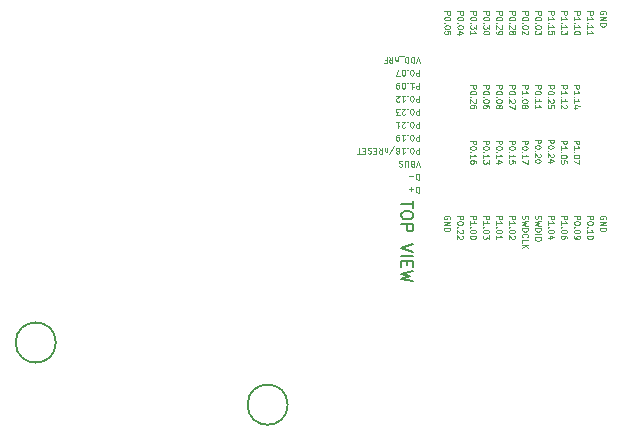
<source format=gbr>
%TF.GenerationSoftware,KiCad,Pcbnew,7.0.7*%
%TF.CreationDate,2023-12-03T19:36:59+01:00*%
%TF.ProjectId,nightliner,6e696768-746c-4696-9e65-722e6b696361,rev?*%
%TF.SameCoordinates,Original*%
%TF.FileFunction,Other,Comment*%
%FSLAX46Y46*%
G04 Gerber Fmt 4.6, Leading zero omitted, Abs format (unit mm)*
G04 Created by KiCad (PCBNEW 7.0.7) date 2023-12-03 19:36:59*
%MOMM*%
%LPD*%
G01*
G04 APERTURE LIST*
%ADD10C,0.100000*%
%ADD11C,0.127000*%
%ADD12C,0.150000*%
G04 APERTURE END LIST*
D10*
X166232278Y-108553970D02*
X166732278Y-108553970D01*
X166732278Y-108553970D02*
X166732278Y-108744446D01*
X166732278Y-108744446D02*
X166708468Y-108792065D01*
X166708468Y-108792065D02*
X166684659Y-108815875D01*
X166684659Y-108815875D02*
X166637040Y-108839684D01*
X166637040Y-108839684D02*
X166565611Y-108839684D01*
X166565611Y-108839684D02*
X166517992Y-108815875D01*
X166517992Y-108815875D02*
X166494183Y-108792065D01*
X166494183Y-108792065D02*
X166470373Y-108744446D01*
X166470373Y-108744446D02*
X166470373Y-108553970D01*
X166232278Y-109315875D02*
X166232278Y-109030161D01*
X166232278Y-109173018D02*
X166732278Y-109173018D01*
X166732278Y-109173018D02*
X166660849Y-109125399D01*
X166660849Y-109125399D02*
X166613230Y-109077780D01*
X166613230Y-109077780D02*
X166589421Y-109030161D01*
X166279897Y-109530160D02*
X166256088Y-109553970D01*
X166256088Y-109553970D02*
X166232278Y-109530160D01*
X166232278Y-109530160D02*
X166256088Y-109506351D01*
X166256088Y-109506351D02*
X166279897Y-109530160D01*
X166279897Y-109530160D02*
X166232278Y-109530160D01*
X166732278Y-109863493D02*
X166732278Y-109911112D01*
X166732278Y-109911112D02*
X166708468Y-109958731D01*
X166708468Y-109958731D02*
X166684659Y-109982541D01*
X166684659Y-109982541D02*
X166637040Y-110006350D01*
X166637040Y-110006350D02*
X166541802Y-110030160D01*
X166541802Y-110030160D02*
X166422754Y-110030160D01*
X166422754Y-110030160D02*
X166327516Y-110006350D01*
X166327516Y-110006350D02*
X166279897Y-109982541D01*
X166279897Y-109982541D02*
X166256088Y-109958731D01*
X166256088Y-109958731D02*
X166232278Y-109911112D01*
X166232278Y-109911112D02*
X166232278Y-109863493D01*
X166232278Y-109863493D02*
X166256088Y-109815874D01*
X166256088Y-109815874D02*
X166279897Y-109792065D01*
X166279897Y-109792065D02*
X166327516Y-109768255D01*
X166327516Y-109768255D02*
X166422754Y-109744446D01*
X166422754Y-109744446D02*
X166541802Y-109744446D01*
X166541802Y-109744446D02*
X166637040Y-109768255D01*
X166637040Y-109768255D02*
X166684659Y-109792065D01*
X166684659Y-109792065D02*
X166708468Y-109815874D01*
X166708468Y-109815874D02*
X166732278Y-109863493D01*
X166732278Y-110458731D02*
X166732278Y-110363493D01*
X166732278Y-110363493D02*
X166708468Y-110315874D01*
X166708468Y-110315874D02*
X166684659Y-110292064D01*
X166684659Y-110292064D02*
X166613230Y-110244445D01*
X166613230Y-110244445D02*
X166517992Y-110220636D01*
X166517992Y-110220636D02*
X166327516Y-110220636D01*
X166327516Y-110220636D02*
X166279897Y-110244445D01*
X166279897Y-110244445D02*
X166256088Y-110268255D01*
X166256088Y-110268255D02*
X166232278Y-110315874D01*
X166232278Y-110315874D02*
X166232278Y-110411112D01*
X166232278Y-110411112D02*
X166256088Y-110458731D01*
X166256088Y-110458731D02*
X166279897Y-110482540D01*
X166279897Y-110482540D02*
X166327516Y-110506350D01*
X166327516Y-110506350D02*
X166446564Y-110506350D01*
X166446564Y-110506350D02*
X166494183Y-110482540D01*
X166494183Y-110482540D02*
X166517992Y-110458731D01*
X166517992Y-110458731D02*
X166541802Y-110411112D01*
X166541802Y-110411112D02*
X166541802Y-110315874D01*
X166541802Y-110315874D02*
X166517992Y-110268255D01*
X166517992Y-110268255D02*
X166494183Y-110244445D01*
X166494183Y-110244445D02*
X166446564Y-110220636D01*
X154217347Y-104981906D02*
X154217347Y-105481906D01*
X154217347Y-105481906D02*
X154098299Y-105481906D01*
X154098299Y-105481906D02*
X154026871Y-105458096D01*
X154026871Y-105458096D02*
X153979252Y-105410477D01*
X153979252Y-105410477D02*
X153955442Y-105362858D01*
X153955442Y-105362858D02*
X153931633Y-105267620D01*
X153931633Y-105267620D02*
X153931633Y-105196192D01*
X153931633Y-105196192D02*
X153955442Y-105100954D01*
X153955442Y-105100954D02*
X153979252Y-105053335D01*
X153979252Y-105053335D02*
X154026871Y-105005716D01*
X154026871Y-105005716D02*
X154098299Y-104981906D01*
X154098299Y-104981906D02*
X154217347Y-104981906D01*
X153717347Y-105172382D02*
X153336395Y-105172382D01*
X158537460Y-97509643D02*
X159037460Y-97509643D01*
X159037460Y-97509643D02*
X159037460Y-97700119D01*
X159037460Y-97700119D02*
X159013650Y-97747738D01*
X159013650Y-97747738D02*
X158989841Y-97771548D01*
X158989841Y-97771548D02*
X158942222Y-97795357D01*
X158942222Y-97795357D02*
X158870793Y-97795357D01*
X158870793Y-97795357D02*
X158823174Y-97771548D01*
X158823174Y-97771548D02*
X158799365Y-97747738D01*
X158799365Y-97747738D02*
X158775555Y-97700119D01*
X158775555Y-97700119D02*
X158775555Y-97509643D01*
X159037460Y-98104881D02*
X159037460Y-98152500D01*
X159037460Y-98152500D02*
X159013650Y-98200119D01*
X159013650Y-98200119D02*
X158989841Y-98223929D01*
X158989841Y-98223929D02*
X158942222Y-98247738D01*
X158942222Y-98247738D02*
X158846984Y-98271548D01*
X158846984Y-98271548D02*
X158727936Y-98271548D01*
X158727936Y-98271548D02*
X158632698Y-98247738D01*
X158632698Y-98247738D02*
X158585079Y-98223929D01*
X158585079Y-98223929D02*
X158561270Y-98200119D01*
X158561270Y-98200119D02*
X158537460Y-98152500D01*
X158537460Y-98152500D02*
X158537460Y-98104881D01*
X158537460Y-98104881D02*
X158561270Y-98057262D01*
X158561270Y-98057262D02*
X158585079Y-98033453D01*
X158585079Y-98033453D02*
X158632698Y-98009643D01*
X158632698Y-98009643D02*
X158727936Y-97985834D01*
X158727936Y-97985834D02*
X158846984Y-97985834D01*
X158846984Y-97985834D02*
X158942222Y-98009643D01*
X158942222Y-98009643D02*
X158989841Y-98033453D01*
X158989841Y-98033453D02*
X159013650Y-98057262D01*
X159013650Y-98057262D02*
X159037460Y-98104881D01*
X158585079Y-98485833D02*
X158561270Y-98509643D01*
X158561270Y-98509643D02*
X158537460Y-98485833D01*
X158537460Y-98485833D02*
X158561270Y-98462024D01*
X158561270Y-98462024D02*
X158585079Y-98485833D01*
X158585079Y-98485833D02*
X158537460Y-98485833D01*
X158989841Y-98700119D02*
X159013650Y-98723928D01*
X159013650Y-98723928D02*
X159037460Y-98771547D01*
X159037460Y-98771547D02*
X159037460Y-98890595D01*
X159037460Y-98890595D02*
X159013650Y-98938214D01*
X159013650Y-98938214D02*
X158989841Y-98962023D01*
X158989841Y-98962023D02*
X158942222Y-98985833D01*
X158942222Y-98985833D02*
X158894603Y-98985833D01*
X158894603Y-98985833D02*
X158823174Y-98962023D01*
X158823174Y-98962023D02*
X158537460Y-98676309D01*
X158537460Y-98676309D02*
X158537460Y-98985833D01*
X159037460Y-99414404D02*
X159037460Y-99319166D01*
X159037460Y-99319166D02*
X159013650Y-99271547D01*
X159013650Y-99271547D02*
X158989841Y-99247737D01*
X158989841Y-99247737D02*
X158918412Y-99200118D01*
X158918412Y-99200118D02*
X158823174Y-99176309D01*
X158823174Y-99176309D02*
X158632698Y-99176309D01*
X158632698Y-99176309D02*
X158585079Y-99200118D01*
X158585079Y-99200118D02*
X158561270Y-99223928D01*
X158561270Y-99223928D02*
X158537460Y-99271547D01*
X158537460Y-99271547D02*
X158537460Y-99366785D01*
X158537460Y-99366785D02*
X158561270Y-99414404D01*
X158561270Y-99414404D02*
X158585079Y-99438213D01*
X158585079Y-99438213D02*
X158632698Y-99462023D01*
X158632698Y-99462023D02*
X158751746Y-99462023D01*
X158751746Y-99462023D02*
X158799365Y-99438213D01*
X158799365Y-99438213D02*
X158823174Y-99414404D01*
X158823174Y-99414404D02*
X158846984Y-99366785D01*
X158846984Y-99366785D02*
X158846984Y-99271547D01*
X158846984Y-99271547D02*
X158823174Y-99223928D01*
X158823174Y-99223928D02*
X158799365Y-99200118D01*
X158799365Y-99200118D02*
X158751746Y-99176309D01*
X154217347Y-100582282D02*
X154217347Y-101082282D01*
X154217347Y-101082282D02*
X154026871Y-101082282D01*
X154026871Y-101082282D02*
X153979252Y-101058472D01*
X153979252Y-101058472D02*
X153955442Y-101034663D01*
X153955442Y-101034663D02*
X153931633Y-100987044D01*
X153931633Y-100987044D02*
X153931633Y-100915615D01*
X153931633Y-100915615D02*
X153955442Y-100867996D01*
X153955442Y-100867996D02*
X153979252Y-100844187D01*
X153979252Y-100844187D02*
X154026871Y-100820377D01*
X154026871Y-100820377D02*
X154217347Y-100820377D01*
X153622109Y-101082282D02*
X153574490Y-101082282D01*
X153574490Y-101082282D02*
X153526871Y-101058472D01*
X153526871Y-101058472D02*
X153503061Y-101034663D01*
X153503061Y-101034663D02*
X153479252Y-100987044D01*
X153479252Y-100987044D02*
X153455442Y-100891806D01*
X153455442Y-100891806D02*
X153455442Y-100772758D01*
X153455442Y-100772758D02*
X153479252Y-100677520D01*
X153479252Y-100677520D02*
X153503061Y-100629901D01*
X153503061Y-100629901D02*
X153526871Y-100606092D01*
X153526871Y-100606092D02*
X153574490Y-100582282D01*
X153574490Y-100582282D02*
X153622109Y-100582282D01*
X153622109Y-100582282D02*
X153669728Y-100606092D01*
X153669728Y-100606092D02*
X153693537Y-100629901D01*
X153693537Y-100629901D02*
X153717347Y-100677520D01*
X153717347Y-100677520D02*
X153741156Y-100772758D01*
X153741156Y-100772758D02*
X153741156Y-100891806D01*
X153741156Y-100891806D02*
X153717347Y-100987044D01*
X153717347Y-100987044D02*
X153693537Y-101034663D01*
X153693537Y-101034663D02*
X153669728Y-101058472D01*
X153669728Y-101058472D02*
X153622109Y-101082282D01*
X153241157Y-100629901D02*
X153217347Y-100606092D01*
X153217347Y-100606092D02*
X153241157Y-100582282D01*
X153241157Y-100582282D02*
X153264966Y-100606092D01*
X153264966Y-100606092D02*
X153241157Y-100629901D01*
X153241157Y-100629901D02*
X153241157Y-100582282D01*
X153026871Y-101034663D02*
X153003062Y-101058472D01*
X153003062Y-101058472D02*
X152955443Y-101082282D01*
X152955443Y-101082282D02*
X152836395Y-101082282D01*
X152836395Y-101082282D02*
X152788776Y-101058472D01*
X152788776Y-101058472D02*
X152764967Y-101034663D01*
X152764967Y-101034663D02*
X152741157Y-100987044D01*
X152741157Y-100987044D02*
X152741157Y-100939425D01*
X152741157Y-100939425D02*
X152764967Y-100867996D01*
X152764967Y-100867996D02*
X153050681Y-100582282D01*
X153050681Y-100582282D02*
X152741157Y-100582282D01*
X152264967Y-100582282D02*
X152550681Y-100582282D01*
X152407824Y-100582282D02*
X152407824Y-101082282D01*
X152407824Y-101082282D02*
X152455443Y-101010853D01*
X152455443Y-101010853D02*
X152503062Y-100963234D01*
X152503062Y-100963234D02*
X152550681Y-100939425D01*
X162912460Y-102189400D02*
X163412460Y-102189400D01*
X163412460Y-102189400D02*
X163412460Y-102379876D01*
X163412460Y-102379876D02*
X163388650Y-102427495D01*
X163388650Y-102427495D02*
X163364841Y-102451305D01*
X163364841Y-102451305D02*
X163317222Y-102475114D01*
X163317222Y-102475114D02*
X163245793Y-102475114D01*
X163245793Y-102475114D02*
X163198174Y-102451305D01*
X163198174Y-102451305D02*
X163174365Y-102427495D01*
X163174365Y-102427495D02*
X163150555Y-102379876D01*
X163150555Y-102379876D02*
X163150555Y-102189400D01*
X163412460Y-102784638D02*
X163412460Y-102832257D01*
X163412460Y-102832257D02*
X163388650Y-102879876D01*
X163388650Y-102879876D02*
X163364841Y-102903686D01*
X163364841Y-102903686D02*
X163317222Y-102927495D01*
X163317222Y-102927495D02*
X163221984Y-102951305D01*
X163221984Y-102951305D02*
X163102936Y-102951305D01*
X163102936Y-102951305D02*
X163007698Y-102927495D01*
X163007698Y-102927495D02*
X162960079Y-102903686D01*
X162960079Y-102903686D02*
X162936270Y-102879876D01*
X162936270Y-102879876D02*
X162912460Y-102832257D01*
X162912460Y-102832257D02*
X162912460Y-102784638D01*
X162912460Y-102784638D02*
X162936270Y-102737019D01*
X162936270Y-102737019D02*
X162960079Y-102713210D01*
X162960079Y-102713210D02*
X163007698Y-102689400D01*
X163007698Y-102689400D02*
X163102936Y-102665591D01*
X163102936Y-102665591D02*
X163221984Y-102665591D01*
X163221984Y-102665591D02*
X163317222Y-102689400D01*
X163317222Y-102689400D02*
X163364841Y-102713210D01*
X163364841Y-102713210D02*
X163388650Y-102737019D01*
X163388650Y-102737019D02*
X163412460Y-102784638D01*
X162960079Y-103165590D02*
X162936270Y-103189400D01*
X162936270Y-103189400D02*
X162912460Y-103165590D01*
X162912460Y-103165590D02*
X162936270Y-103141781D01*
X162936270Y-103141781D02*
X162960079Y-103165590D01*
X162960079Y-103165590D02*
X162912460Y-103165590D01*
X162912460Y-103665590D02*
X162912460Y-103379876D01*
X162912460Y-103522733D02*
X163412460Y-103522733D01*
X163412460Y-103522733D02*
X163341031Y-103475114D01*
X163341031Y-103475114D02*
X163293412Y-103427495D01*
X163293412Y-103427495D02*
X163269603Y-103379876D01*
X163412460Y-103832256D02*
X163412460Y-104165589D01*
X163412460Y-104165589D02*
X162912460Y-103951304D01*
X154288775Y-104382000D02*
X154122109Y-103882000D01*
X154122109Y-103882000D02*
X153955442Y-104382000D01*
X153622109Y-104143905D02*
X153550681Y-104120095D01*
X153550681Y-104120095D02*
X153526871Y-104096286D01*
X153526871Y-104096286D02*
X153503062Y-104048667D01*
X153503062Y-104048667D02*
X153503062Y-103977238D01*
X153503062Y-103977238D02*
X153526871Y-103929619D01*
X153526871Y-103929619D02*
X153550681Y-103905810D01*
X153550681Y-103905810D02*
X153598300Y-103882000D01*
X153598300Y-103882000D02*
X153788776Y-103882000D01*
X153788776Y-103882000D02*
X153788776Y-104382000D01*
X153788776Y-104382000D02*
X153622109Y-104382000D01*
X153622109Y-104382000D02*
X153574490Y-104358190D01*
X153574490Y-104358190D02*
X153550681Y-104334381D01*
X153550681Y-104334381D02*
X153526871Y-104286762D01*
X153526871Y-104286762D02*
X153526871Y-104239143D01*
X153526871Y-104239143D02*
X153550681Y-104191524D01*
X153550681Y-104191524D02*
X153574490Y-104167714D01*
X153574490Y-104167714D02*
X153622109Y-104143905D01*
X153622109Y-104143905D02*
X153788776Y-104143905D01*
X153288776Y-104382000D02*
X153288776Y-103977238D01*
X153288776Y-103977238D02*
X153264966Y-103929619D01*
X153264966Y-103929619D02*
X153241157Y-103905810D01*
X153241157Y-103905810D02*
X153193538Y-103882000D01*
X153193538Y-103882000D02*
X153098300Y-103882000D01*
X153098300Y-103882000D02*
X153050681Y-103905810D01*
X153050681Y-103905810D02*
X153026871Y-103929619D01*
X153026871Y-103929619D02*
X153003062Y-103977238D01*
X153003062Y-103977238D02*
X153003062Y-104382000D01*
X152788775Y-103905810D02*
X152717347Y-103882000D01*
X152717347Y-103882000D02*
X152598299Y-103882000D01*
X152598299Y-103882000D02*
X152550680Y-103905810D01*
X152550680Y-103905810D02*
X152526871Y-103929619D01*
X152526871Y-103929619D02*
X152503061Y-103977238D01*
X152503061Y-103977238D02*
X152503061Y-104024857D01*
X152503061Y-104024857D02*
X152526871Y-104072476D01*
X152526871Y-104072476D02*
X152550680Y-104096286D01*
X152550680Y-104096286D02*
X152598299Y-104120095D01*
X152598299Y-104120095D02*
X152693537Y-104143905D01*
X152693537Y-104143905D02*
X152741156Y-104167714D01*
X152741156Y-104167714D02*
X152764966Y-104191524D01*
X152764966Y-104191524D02*
X152788775Y-104239143D01*
X152788775Y-104239143D02*
X152788775Y-104286762D01*
X152788775Y-104286762D02*
X152764966Y-104334381D01*
X152764966Y-104334381D02*
X152741156Y-104358190D01*
X152741156Y-104358190D02*
X152693537Y-104382000D01*
X152693537Y-104382000D02*
X152574490Y-104382000D01*
X152574490Y-104382000D02*
X152503061Y-104358190D01*
X166193710Y-102189400D02*
X166693710Y-102189400D01*
X166693710Y-102189400D02*
X166693710Y-102379876D01*
X166693710Y-102379876D02*
X166669900Y-102427495D01*
X166669900Y-102427495D02*
X166646091Y-102451305D01*
X166646091Y-102451305D02*
X166598472Y-102475114D01*
X166598472Y-102475114D02*
X166527043Y-102475114D01*
X166527043Y-102475114D02*
X166479424Y-102451305D01*
X166479424Y-102451305D02*
X166455615Y-102427495D01*
X166455615Y-102427495D02*
X166431805Y-102379876D01*
X166431805Y-102379876D02*
X166431805Y-102189400D01*
X166193710Y-102951305D02*
X166193710Y-102665591D01*
X166193710Y-102808448D02*
X166693710Y-102808448D01*
X166693710Y-102808448D02*
X166622281Y-102760829D01*
X166622281Y-102760829D02*
X166574662Y-102713210D01*
X166574662Y-102713210D02*
X166550853Y-102665591D01*
X166241329Y-103165590D02*
X166217520Y-103189400D01*
X166217520Y-103189400D02*
X166193710Y-103165590D01*
X166193710Y-103165590D02*
X166217520Y-103141781D01*
X166217520Y-103141781D02*
X166241329Y-103165590D01*
X166241329Y-103165590D02*
X166193710Y-103165590D01*
X166693710Y-103498923D02*
X166693710Y-103546542D01*
X166693710Y-103546542D02*
X166669900Y-103594161D01*
X166669900Y-103594161D02*
X166646091Y-103617971D01*
X166646091Y-103617971D02*
X166598472Y-103641780D01*
X166598472Y-103641780D02*
X166503234Y-103665590D01*
X166503234Y-103665590D02*
X166384186Y-103665590D01*
X166384186Y-103665590D02*
X166288948Y-103641780D01*
X166288948Y-103641780D02*
X166241329Y-103617971D01*
X166241329Y-103617971D02*
X166217520Y-103594161D01*
X166217520Y-103594161D02*
X166193710Y-103546542D01*
X166193710Y-103546542D02*
X166193710Y-103498923D01*
X166193710Y-103498923D02*
X166217520Y-103451304D01*
X166217520Y-103451304D02*
X166241329Y-103427495D01*
X166241329Y-103427495D02*
X166288948Y-103403685D01*
X166288948Y-103403685D02*
X166384186Y-103379876D01*
X166384186Y-103379876D02*
X166503234Y-103379876D01*
X166503234Y-103379876D02*
X166598472Y-103403685D01*
X166598472Y-103403685D02*
X166646091Y-103427495D01*
X166646091Y-103427495D02*
X166669900Y-103451304D01*
X166669900Y-103451304D02*
X166693710Y-103498923D01*
X166693710Y-104117970D02*
X166693710Y-103879875D01*
X166693710Y-103879875D02*
X166455615Y-103856066D01*
X166455615Y-103856066D02*
X166479424Y-103879875D01*
X166479424Y-103879875D02*
X166503234Y-103927494D01*
X166503234Y-103927494D02*
X166503234Y-104046542D01*
X166503234Y-104046542D02*
X166479424Y-104094161D01*
X166479424Y-104094161D02*
X166455615Y-104117970D01*
X166455615Y-104117970D02*
X166407996Y-104141780D01*
X166407996Y-104141780D02*
X166288948Y-104141780D01*
X166288948Y-104141780D02*
X166241329Y-104117970D01*
X166241329Y-104117970D02*
X166217520Y-104094161D01*
X166217520Y-104094161D02*
X166193710Y-104046542D01*
X166193710Y-104046542D02*
X166193710Y-103927494D01*
X166193710Y-103927494D02*
X166217520Y-103879875D01*
X166217520Y-103879875D02*
X166241329Y-103856066D01*
X159623788Y-108553970D02*
X160123788Y-108553970D01*
X160123788Y-108553970D02*
X160123788Y-108744446D01*
X160123788Y-108744446D02*
X160099978Y-108792065D01*
X160099978Y-108792065D02*
X160076169Y-108815875D01*
X160076169Y-108815875D02*
X160028550Y-108839684D01*
X160028550Y-108839684D02*
X159957121Y-108839684D01*
X159957121Y-108839684D02*
X159909502Y-108815875D01*
X159909502Y-108815875D02*
X159885693Y-108792065D01*
X159885693Y-108792065D02*
X159861883Y-108744446D01*
X159861883Y-108744446D02*
X159861883Y-108553970D01*
X159623788Y-109315875D02*
X159623788Y-109030161D01*
X159623788Y-109173018D02*
X160123788Y-109173018D01*
X160123788Y-109173018D02*
X160052359Y-109125399D01*
X160052359Y-109125399D02*
X160004740Y-109077780D01*
X160004740Y-109077780D02*
X159980931Y-109030161D01*
X159671407Y-109530160D02*
X159647598Y-109553970D01*
X159647598Y-109553970D02*
X159623788Y-109530160D01*
X159623788Y-109530160D02*
X159647598Y-109506351D01*
X159647598Y-109506351D02*
X159671407Y-109530160D01*
X159671407Y-109530160D02*
X159623788Y-109530160D01*
X160123788Y-109863493D02*
X160123788Y-109911112D01*
X160123788Y-109911112D02*
X160099978Y-109958731D01*
X160099978Y-109958731D02*
X160076169Y-109982541D01*
X160076169Y-109982541D02*
X160028550Y-110006350D01*
X160028550Y-110006350D02*
X159933312Y-110030160D01*
X159933312Y-110030160D02*
X159814264Y-110030160D01*
X159814264Y-110030160D02*
X159719026Y-110006350D01*
X159719026Y-110006350D02*
X159671407Y-109982541D01*
X159671407Y-109982541D02*
X159647598Y-109958731D01*
X159647598Y-109958731D02*
X159623788Y-109911112D01*
X159623788Y-109911112D02*
X159623788Y-109863493D01*
X159623788Y-109863493D02*
X159647598Y-109815874D01*
X159647598Y-109815874D02*
X159671407Y-109792065D01*
X159671407Y-109792065D02*
X159719026Y-109768255D01*
X159719026Y-109768255D02*
X159814264Y-109744446D01*
X159814264Y-109744446D02*
X159933312Y-109744446D01*
X159933312Y-109744446D02*
X160028550Y-109768255D01*
X160028550Y-109768255D02*
X160076169Y-109792065D01*
X160076169Y-109792065D02*
X160099978Y-109815874D01*
X160099978Y-109815874D02*
X160123788Y-109863493D01*
X160123788Y-110196826D02*
X160123788Y-110506350D01*
X160123788Y-110506350D02*
X159933312Y-110339683D01*
X159933312Y-110339683D02*
X159933312Y-110411112D01*
X159933312Y-110411112D02*
X159909502Y-110458731D01*
X159909502Y-110458731D02*
X159885693Y-110482540D01*
X159885693Y-110482540D02*
X159838074Y-110506350D01*
X159838074Y-110506350D02*
X159719026Y-110506350D01*
X159719026Y-110506350D02*
X159671407Y-110482540D01*
X159671407Y-110482540D02*
X159647598Y-110458731D01*
X159647598Y-110458731D02*
X159623788Y-110411112D01*
X159623788Y-110411112D02*
X159623788Y-110268255D01*
X159623788Y-110268255D02*
X159647598Y-110220636D01*
X159647598Y-110220636D02*
X159671407Y-110196826D01*
X154288775Y-95582752D02*
X154122109Y-95082752D01*
X154122109Y-95082752D02*
X153955442Y-95582752D01*
X153788776Y-95082752D02*
X153788776Y-95582752D01*
X153788776Y-95582752D02*
X153669728Y-95582752D01*
X153669728Y-95582752D02*
X153598300Y-95558942D01*
X153598300Y-95558942D02*
X153550681Y-95511323D01*
X153550681Y-95511323D02*
X153526871Y-95463704D01*
X153526871Y-95463704D02*
X153503062Y-95368466D01*
X153503062Y-95368466D02*
X153503062Y-95297038D01*
X153503062Y-95297038D02*
X153526871Y-95201800D01*
X153526871Y-95201800D02*
X153550681Y-95154181D01*
X153550681Y-95154181D02*
X153598300Y-95106562D01*
X153598300Y-95106562D02*
X153669728Y-95082752D01*
X153669728Y-95082752D02*
X153788776Y-95082752D01*
X153288776Y-95082752D02*
X153288776Y-95582752D01*
X153288776Y-95582752D02*
X153169728Y-95582752D01*
X153169728Y-95582752D02*
X153098300Y-95558942D01*
X153098300Y-95558942D02*
X153050681Y-95511323D01*
X153050681Y-95511323D02*
X153026871Y-95463704D01*
X153026871Y-95463704D02*
X153003062Y-95368466D01*
X153003062Y-95368466D02*
X153003062Y-95297038D01*
X153003062Y-95297038D02*
X153026871Y-95201800D01*
X153026871Y-95201800D02*
X153050681Y-95154181D01*
X153050681Y-95154181D02*
X153098300Y-95106562D01*
X153098300Y-95106562D02*
X153169728Y-95082752D01*
X153169728Y-95082752D02*
X153288776Y-95082752D01*
X152907824Y-95035133D02*
X152526871Y-95035133D01*
X152407824Y-95416085D02*
X152407824Y-95082752D01*
X152407824Y-95368466D02*
X152384014Y-95392276D01*
X152384014Y-95392276D02*
X152336395Y-95416085D01*
X152336395Y-95416085D02*
X152264967Y-95416085D01*
X152264967Y-95416085D02*
X152217348Y-95392276D01*
X152217348Y-95392276D02*
X152193538Y-95344657D01*
X152193538Y-95344657D02*
X152193538Y-95082752D01*
X151669729Y-95082752D02*
X151836395Y-95320847D01*
X151955443Y-95082752D02*
X151955443Y-95582752D01*
X151955443Y-95582752D02*
X151764967Y-95582752D01*
X151764967Y-95582752D02*
X151717348Y-95558942D01*
X151717348Y-95558942D02*
X151693538Y-95535133D01*
X151693538Y-95535133D02*
X151669729Y-95487514D01*
X151669729Y-95487514D02*
X151669729Y-95416085D01*
X151669729Y-95416085D02*
X151693538Y-95368466D01*
X151693538Y-95368466D02*
X151717348Y-95344657D01*
X151717348Y-95344657D02*
X151764967Y-95320847D01*
X151764967Y-95320847D02*
X151955443Y-95320847D01*
X151288776Y-95344657D02*
X151455443Y-95344657D01*
X151455443Y-95082752D02*
X151455443Y-95582752D01*
X151455443Y-95582752D02*
X151217348Y-95582752D01*
X170012713Y-91479353D02*
X170036523Y-91431734D01*
X170036523Y-91431734D02*
X170036523Y-91360305D01*
X170036523Y-91360305D02*
X170012713Y-91288877D01*
X170012713Y-91288877D02*
X169965094Y-91241258D01*
X169965094Y-91241258D02*
X169917475Y-91217448D01*
X169917475Y-91217448D02*
X169822237Y-91193639D01*
X169822237Y-91193639D02*
X169750809Y-91193639D01*
X169750809Y-91193639D02*
X169655571Y-91217448D01*
X169655571Y-91217448D02*
X169607952Y-91241258D01*
X169607952Y-91241258D02*
X169560333Y-91288877D01*
X169560333Y-91288877D02*
X169536523Y-91360305D01*
X169536523Y-91360305D02*
X169536523Y-91407924D01*
X169536523Y-91407924D02*
X169560333Y-91479353D01*
X169560333Y-91479353D02*
X169584142Y-91503162D01*
X169584142Y-91503162D02*
X169750809Y-91503162D01*
X169750809Y-91503162D02*
X169750809Y-91407924D01*
X169536523Y-91717448D02*
X170036523Y-91717448D01*
X170036523Y-91717448D02*
X169536523Y-92003162D01*
X169536523Y-92003162D02*
X170036523Y-92003162D01*
X169536523Y-92241258D02*
X170036523Y-92241258D01*
X170036523Y-92241258D02*
X170036523Y-92360306D01*
X170036523Y-92360306D02*
X170012713Y-92431734D01*
X170012713Y-92431734D02*
X169965094Y-92479353D01*
X169965094Y-92479353D02*
X169917475Y-92503163D01*
X169917475Y-92503163D02*
X169822237Y-92526972D01*
X169822237Y-92526972D02*
X169750809Y-92526972D01*
X169750809Y-92526972D02*
X169655571Y-92503163D01*
X169655571Y-92503163D02*
X169607952Y-92479353D01*
X169607952Y-92479353D02*
X169560333Y-92431734D01*
X169560333Y-92431734D02*
X169536523Y-92360306D01*
X169536523Y-92360306D02*
X169536523Y-92241258D01*
X154217347Y-98382470D02*
X154217347Y-98882470D01*
X154217347Y-98882470D02*
X154026871Y-98882470D01*
X154026871Y-98882470D02*
X153979252Y-98858660D01*
X153979252Y-98858660D02*
X153955442Y-98834851D01*
X153955442Y-98834851D02*
X153931633Y-98787232D01*
X153931633Y-98787232D02*
X153931633Y-98715803D01*
X153931633Y-98715803D02*
X153955442Y-98668184D01*
X153955442Y-98668184D02*
X153979252Y-98644375D01*
X153979252Y-98644375D02*
X154026871Y-98620565D01*
X154026871Y-98620565D02*
X154217347Y-98620565D01*
X153622109Y-98882470D02*
X153574490Y-98882470D01*
X153574490Y-98882470D02*
X153526871Y-98858660D01*
X153526871Y-98858660D02*
X153503061Y-98834851D01*
X153503061Y-98834851D02*
X153479252Y-98787232D01*
X153479252Y-98787232D02*
X153455442Y-98691994D01*
X153455442Y-98691994D02*
X153455442Y-98572946D01*
X153455442Y-98572946D02*
X153479252Y-98477708D01*
X153479252Y-98477708D02*
X153503061Y-98430089D01*
X153503061Y-98430089D02*
X153526871Y-98406280D01*
X153526871Y-98406280D02*
X153574490Y-98382470D01*
X153574490Y-98382470D02*
X153622109Y-98382470D01*
X153622109Y-98382470D02*
X153669728Y-98406280D01*
X153669728Y-98406280D02*
X153693537Y-98430089D01*
X153693537Y-98430089D02*
X153717347Y-98477708D01*
X153717347Y-98477708D02*
X153741156Y-98572946D01*
X153741156Y-98572946D02*
X153741156Y-98691994D01*
X153741156Y-98691994D02*
X153717347Y-98787232D01*
X153717347Y-98787232D02*
X153693537Y-98834851D01*
X153693537Y-98834851D02*
X153669728Y-98858660D01*
X153669728Y-98858660D02*
X153622109Y-98882470D01*
X153241157Y-98430089D02*
X153217347Y-98406280D01*
X153217347Y-98406280D02*
X153241157Y-98382470D01*
X153241157Y-98382470D02*
X153264966Y-98406280D01*
X153264966Y-98406280D02*
X153241157Y-98430089D01*
X153241157Y-98430089D02*
X153241157Y-98382470D01*
X152741157Y-98382470D02*
X153026871Y-98382470D01*
X152884014Y-98382470D02*
X152884014Y-98882470D01*
X152884014Y-98882470D02*
X152931633Y-98811041D01*
X152931633Y-98811041D02*
X152979252Y-98763422D01*
X152979252Y-98763422D02*
X153026871Y-98739613D01*
X152550681Y-98834851D02*
X152526872Y-98858660D01*
X152526872Y-98858660D02*
X152479253Y-98882470D01*
X152479253Y-98882470D02*
X152360205Y-98882470D01*
X152360205Y-98882470D02*
X152312586Y-98858660D01*
X152312586Y-98858660D02*
X152288777Y-98834851D01*
X152288777Y-98834851D02*
X152264967Y-98787232D01*
X152264967Y-98787232D02*
X152264967Y-98739613D01*
X152264967Y-98739613D02*
X152288777Y-98668184D01*
X152288777Y-98668184D02*
X152574491Y-98382470D01*
X152574491Y-98382470D02*
X152264967Y-98382470D01*
X165130863Y-108553970D02*
X165630863Y-108553970D01*
X165630863Y-108553970D02*
X165630863Y-108744446D01*
X165630863Y-108744446D02*
X165607053Y-108792065D01*
X165607053Y-108792065D02*
X165583244Y-108815875D01*
X165583244Y-108815875D02*
X165535625Y-108839684D01*
X165535625Y-108839684D02*
X165464196Y-108839684D01*
X165464196Y-108839684D02*
X165416577Y-108815875D01*
X165416577Y-108815875D02*
X165392768Y-108792065D01*
X165392768Y-108792065D02*
X165368958Y-108744446D01*
X165368958Y-108744446D02*
X165368958Y-108553970D01*
X165130863Y-109315875D02*
X165130863Y-109030161D01*
X165130863Y-109173018D02*
X165630863Y-109173018D01*
X165630863Y-109173018D02*
X165559434Y-109125399D01*
X165559434Y-109125399D02*
X165511815Y-109077780D01*
X165511815Y-109077780D02*
X165488006Y-109030161D01*
X165178482Y-109530160D02*
X165154673Y-109553970D01*
X165154673Y-109553970D02*
X165130863Y-109530160D01*
X165130863Y-109530160D02*
X165154673Y-109506351D01*
X165154673Y-109506351D02*
X165178482Y-109530160D01*
X165178482Y-109530160D02*
X165130863Y-109530160D01*
X165630863Y-109863493D02*
X165630863Y-109911112D01*
X165630863Y-109911112D02*
X165607053Y-109958731D01*
X165607053Y-109958731D02*
X165583244Y-109982541D01*
X165583244Y-109982541D02*
X165535625Y-110006350D01*
X165535625Y-110006350D02*
X165440387Y-110030160D01*
X165440387Y-110030160D02*
X165321339Y-110030160D01*
X165321339Y-110030160D02*
X165226101Y-110006350D01*
X165226101Y-110006350D02*
X165178482Y-109982541D01*
X165178482Y-109982541D02*
X165154673Y-109958731D01*
X165154673Y-109958731D02*
X165130863Y-109911112D01*
X165130863Y-109911112D02*
X165130863Y-109863493D01*
X165130863Y-109863493D02*
X165154673Y-109815874D01*
X165154673Y-109815874D02*
X165178482Y-109792065D01*
X165178482Y-109792065D02*
X165226101Y-109768255D01*
X165226101Y-109768255D02*
X165321339Y-109744446D01*
X165321339Y-109744446D02*
X165440387Y-109744446D01*
X165440387Y-109744446D02*
X165535625Y-109768255D01*
X165535625Y-109768255D02*
X165583244Y-109792065D01*
X165583244Y-109792065D02*
X165607053Y-109815874D01*
X165607053Y-109815874D02*
X165630863Y-109863493D01*
X165464196Y-110458731D02*
X165130863Y-110458731D01*
X165654673Y-110339683D02*
X165297530Y-110220636D01*
X165297530Y-110220636D02*
X165297530Y-110530159D01*
X161826618Y-108553970D02*
X162326618Y-108553970D01*
X162326618Y-108553970D02*
X162326618Y-108744446D01*
X162326618Y-108744446D02*
X162302808Y-108792065D01*
X162302808Y-108792065D02*
X162278999Y-108815875D01*
X162278999Y-108815875D02*
X162231380Y-108839684D01*
X162231380Y-108839684D02*
X162159951Y-108839684D01*
X162159951Y-108839684D02*
X162112332Y-108815875D01*
X162112332Y-108815875D02*
X162088523Y-108792065D01*
X162088523Y-108792065D02*
X162064713Y-108744446D01*
X162064713Y-108744446D02*
X162064713Y-108553970D01*
X161826618Y-109315875D02*
X161826618Y-109030161D01*
X161826618Y-109173018D02*
X162326618Y-109173018D01*
X162326618Y-109173018D02*
X162255189Y-109125399D01*
X162255189Y-109125399D02*
X162207570Y-109077780D01*
X162207570Y-109077780D02*
X162183761Y-109030161D01*
X161874237Y-109530160D02*
X161850428Y-109553970D01*
X161850428Y-109553970D02*
X161826618Y-109530160D01*
X161826618Y-109530160D02*
X161850428Y-109506351D01*
X161850428Y-109506351D02*
X161874237Y-109530160D01*
X161874237Y-109530160D02*
X161826618Y-109530160D01*
X162326618Y-109863493D02*
X162326618Y-109911112D01*
X162326618Y-109911112D02*
X162302808Y-109958731D01*
X162302808Y-109958731D02*
X162278999Y-109982541D01*
X162278999Y-109982541D02*
X162231380Y-110006350D01*
X162231380Y-110006350D02*
X162136142Y-110030160D01*
X162136142Y-110030160D02*
X162017094Y-110030160D01*
X162017094Y-110030160D02*
X161921856Y-110006350D01*
X161921856Y-110006350D02*
X161874237Y-109982541D01*
X161874237Y-109982541D02*
X161850428Y-109958731D01*
X161850428Y-109958731D02*
X161826618Y-109911112D01*
X161826618Y-109911112D02*
X161826618Y-109863493D01*
X161826618Y-109863493D02*
X161850428Y-109815874D01*
X161850428Y-109815874D02*
X161874237Y-109792065D01*
X161874237Y-109792065D02*
X161921856Y-109768255D01*
X161921856Y-109768255D02*
X162017094Y-109744446D01*
X162017094Y-109744446D02*
X162136142Y-109744446D01*
X162136142Y-109744446D02*
X162231380Y-109768255D01*
X162231380Y-109768255D02*
X162278999Y-109792065D01*
X162278999Y-109792065D02*
X162302808Y-109815874D01*
X162302808Y-109815874D02*
X162326618Y-109863493D01*
X162278999Y-110220636D02*
X162302808Y-110244445D01*
X162302808Y-110244445D02*
X162326618Y-110292064D01*
X162326618Y-110292064D02*
X162326618Y-110411112D01*
X162326618Y-110411112D02*
X162302808Y-110458731D01*
X162302808Y-110458731D02*
X162278999Y-110482540D01*
X162278999Y-110482540D02*
X162231380Y-110506350D01*
X162231380Y-110506350D02*
X162183761Y-110506350D01*
X162183761Y-110506350D02*
X162112332Y-110482540D01*
X162112332Y-110482540D02*
X161826618Y-110196826D01*
X161826618Y-110196826D02*
X161826618Y-110506350D01*
X154217347Y-96182658D02*
X154217347Y-96682658D01*
X154217347Y-96682658D02*
X154026871Y-96682658D01*
X154026871Y-96682658D02*
X153979252Y-96658848D01*
X153979252Y-96658848D02*
X153955442Y-96635039D01*
X153955442Y-96635039D02*
X153931633Y-96587420D01*
X153931633Y-96587420D02*
X153931633Y-96515991D01*
X153931633Y-96515991D02*
X153955442Y-96468372D01*
X153955442Y-96468372D02*
X153979252Y-96444563D01*
X153979252Y-96444563D02*
X154026871Y-96420753D01*
X154026871Y-96420753D02*
X154217347Y-96420753D01*
X153622109Y-96682658D02*
X153574490Y-96682658D01*
X153574490Y-96682658D02*
X153526871Y-96658848D01*
X153526871Y-96658848D02*
X153503061Y-96635039D01*
X153503061Y-96635039D02*
X153479252Y-96587420D01*
X153479252Y-96587420D02*
X153455442Y-96492182D01*
X153455442Y-96492182D02*
X153455442Y-96373134D01*
X153455442Y-96373134D02*
X153479252Y-96277896D01*
X153479252Y-96277896D02*
X153503061Y-96230277D01*
X153503061Y-96230277D02*
X153526871Y-96206468D01*
X153526871Y-96206468D02*
X153574490Y-96182658D01*
X153574490Y-96182658D02*
X153622109Y-96182658D01*
X153622109Y-96182658D02*
X153669728Y-96206468D01*
X153669728Y-96206468D02*
X153693537Y-96230277D01*
X153693537Y-96230277D02*
X153717347Y-96277896D01*
X153717347Y-96277896D02*
X153741156Y-96373134D01*
X153741156Y-96373134D02*
X153741156Y-96492182D01*
X153741156Y-96492182D02*
X153717347Y-96587420D01*
X153717347Y-96587420D02*
X153693537Y-96635039D01*
X153693537Y-96635039D02*
X153669728Y-96658848D01*
X153669728Y-96658848D02*
X153622109Y-96682658D01*
X153241157Y-96230277D02*
X153217347Y-96206468D01*
X153217347Y-96206468D02*
X153241157Y-96182658D01*
X153241157Y-96182658D02*
X153264966Y-96206468D01*
X153264966Y-96206468D02*
X153241157Y-96230277D01*
X153241157Y-96230277D02*
X153241157Y-96182658D01*
X152907824Y-96682658D02*
X152860205Y-96682658D01*
X152860205Y-96682658D02*
X152812586Y-96658848D01*
X152812586Y-96658848D02*
X152788776Y-96635039D01*
X152788776Y-96635039D02*
X152764967Y-96587420D01*
X152764967Y-96587420D02*
X152741157Y-96492182D01*
X152741157Y-96492182D02*
X152741157Y-96373134D01*
X152741157Y-96373134D02*
X152764967Y-96277896D01*
X152764967Y-96277896D02*
X152788776Y-96230277D01*
X152788776Y-96230277D02*
X152812586Y-96206468D01*
X152812586Y-96206468D02*
X152860205Y-96182658D01*
X152860205Y-96182658D02*
X152907824Y-96182658D01*
X152907824Y-96182658D02*
X152955443Y-96206468D01*
X152955443Y-96206468D02*
X152979252Y-96230277D01*
X152979252Y-96230277D02*
X153003062Y-96277896D01*
X153003062Y-96277896D02*
X153026871Y-96373134D01*
X153026871Y-96373134D02*
X153026871Y-96492182D01*
X153026871Y-96492182D02*
X153003062Y-96587420D01*
X153003062Y-96587420D02*
X152979252Y-96635039D01*
X152979252Y-96635039D02*
X152955443Y-96658848D01*
X152955443Y-96658848D02*
X152907824Y-96682658D01*
X152574491Y-96682658D02*
X152241158Y-96682658D01*
X152241158Y-96682658D02*
X152455443Y-96182658D01*
X156795732Y-108815875D02*
X156819542Y-108768256D01*
X156819542Y-108768256D02*
X156819542Y-108696827D01*
X156819542Y-108696827D02*
X156795732Y-108625399D01*
X156795732Y-108625399D02*
X156748113Y-108577780D01*
X156748113Y-108577780D02*
X156700494Y-108553970D01*
X156700494Y-108553970D02*
X156605256Y-108530161D01*
X156605256Y-108530161D02*
X156533828Y-108530161D01*
X156533828Y-108530161D02*
X156438590Y-108553970D01*
X156438590Y-108553970D02*
X156390971Y-108577780D01*
X156390971Y-108577780D02*
X156343352Y-108625399D01*
X156343352Y-108625399D02*
X156319542Y-108696827D01*
X156319542Y-108696827D02*
X156319542Y-108744446D01*
X156319542Y-108744446D02*
X156343352Y-108815875D01*
X156343352Y-108815875D02*
X156367161Y-108839684D01*
X156367161Y-108839684D02*
X156533828Y-108839684D01*
X156533828Y-108839684D02*
X156533828Y-108744446D01*
X156319542Y-109053970D02*
X156819542Y-109053970D01*
X156819542Y-109053970D02*
X156319542Y-109339684D01*
X156319542Y-109339684D02*
X156819542Y-109339684D01*
X156319542Y-109577780D02*
X156819542Y-109577780D01*
X156819542Y-109577780D02*
X156819542Y-109696828D01*
X156819542Y-109696828D02*
X156795732Y-109768256D01*
X156795732Y-109768256D02*
X156748113Y-109815875D01*
X156748113Y-109815875D02*
X156700494Y-109839685D01*
X156700494Y-109839685D02*
X156605256Y-109863494D01*
X156605256Y-109863494D02*
X156533828Y-109863494D01*
X156533828Y-109863494D02*
X156438590Y-109839685D01*
X156438590Y-109839685D02*
X156390971Y-109815875D01*
X156390971Y-109815875D02*
X156343352Y-109768256D01*
X156343352Y-109768256D02*
X156319542Y-109696828D01*
X156319542Y-109696828D02*
X156319542Y-109577780D01*
D11*
X153705127Y-107283371D02*
X153705127Y-107863943D01*
X152689127Y-107573657D02*
X153705127Y-107573657D01*
X153705127Y-108396133D02*
X153705127Y-108589657D01*
X153705127Y-108589657D02*
X153656746Y-108686419D01*
X153656746Y-108686419D02*
X153559984Y-108783181D01*
X153559984Y-108783181D02*
X153366460Y-108831562D01*
X153366460Y-108831562D02*
X153027793Y-108831562D01*
X153027793Y-108831562D02*
X152834269Y-108783181D01*
X152834269Y-108783181D02*
X152737508Y-108686419D01*
X152737508Y-108686419D02*
X152689127Y-108589657D01*
X152689127Y-108589657D02*
X152689127Y-108396133D01*
X152689127Y-108396133D02*
X152737508Y-108299371D01*
X152737508Y-108299371D02*
X152834269Y-108202609D01*
X152834269Y-108202609D02*
X153027793Y-108154228D01*
X153027793Y-108154228D02*
X153366460Y-108154228D01*
X153366460Y-108154228D02*
X153559984Y-108202609D01*
X153559984Y-108202609D02*
X153656746Y-108299371D01*
X153656746Y-108299371D02*
X153705127Y-108396133D01*
X152689127Y-109266990D02*
X153705127Y-109266990D01*
X153705127Y-109266990D02*
X153705127Y-109654038D01*
X153705127Y-109654038D02*
X153656746Y-109750800D01*
X153656746Y-109750800D02*
X153608365Y-109799181D01*
X153608365Y-109799181D02*
X153511603Y-109847562D01*
X153511603Y-109847562D02*
X153366460Y-109847562D01*
X153366460Y-109847562D02*
X153269698Y-109799181D01*
X153269698Y-109799181D02*
X153221317Y-109750800D01*
X153221317Y-109750800D02*
X153172936Y-109654038D01*
X153172936Y-109654038D02*
X153172936Y-109266990D01*
X153705127Y-110911942D02*
X152689127Y-111250609D01*
X152689127Y-111250609D02*
X153705127Y-111589276D01*
X152689127Y-111927942D02*
X153705127Y-111927942D01*
X153221317Y-112411752D02*
X153221317Y-112750419D01*
X152689127Y-112895562D02*
X152689127Y-112411752D01*
X152689127Y-112411752D02*
X153705127Y-112411752D01*
X153705127Y-112411752D02*
X153705127Y-112895562D01*
X153705127Y-113234228D02*
X152689127Y-113476133D01*
X152689127Y-113476133D02*
X153414841Y-113669657D01*
X153414841Y-113669657D02*
X152689127Y-113863181D01*
X152689127Y-113863181D02*
X153705127Y-114105086D01*
D10*
X165099960Y-102106090D02*
X165599960Y-102106090D01*
X165599960Y-102106090D02*
X165599960Y-102296566D01*
X165599960Y-102296566D02*
X165576150Y-102344185D01*
X165576150Y-102344185D02*
X165552341Y-102367995D01*
X165552341Y-102367995D02*
X165504722Y-102391804D01*
X165504722Y-102391804D02*
X165433293Y-102391804D01*
X165433293Y-102391804D02*
X165385674Y-102367995D01*
X165385674Y-102367995D02*
X165361865Y-102344185D01*
X165361865Y-102344185D02*
X165338055Y-102296566D01*
X165338055Y-102296566D02*
X165338055Y-102106090D01*
X165599960Y-102701328D02*
X165599960Y-102748947D01*
X165599960Y-102748947D02*
X165576150Y-102796566D01*
X165576150Y-102796566D02*
X165552341Y-102820376D01*
X165552341Y-102820376D02*
X165504722Y-102844185D01*
X165504722Y-102844185D02*
X165409484Y-102867995D01*
X165409484Y-102867995D02*
X165290436Y-102867995D01*
X165290436Y-102867995D02*
X165195198Y-102844185D01*
X165195198Y-102844185D02*
X165147579Y-102820376D01*
X165147579Y-102820376D02*
X165123770Y-102796566D01*
X165123770Y-102796566D02*
X165099960Y-102748947D01*
X165099960Y-102748947D02*
X165099960Y-102701328D01*
X165099960Y-102701328D02*
X165123770Y-102653709D01*
X165123770Y-102653709D02*
X165147579Y-102629900D01*
X165147579Y-102629900D02*
X165195198Y-102606090D01*
X165195198Y-102606090D02*
X165290436Y-102582281D01*
X165290436Y-102582281D02*
X165409484Y-102582281D01*
X165409484Y-102582281D02*
X165504722Y-102606090D01*
X165504722Y-102606090D02*
X165552341Y-102629900D01*
X165552341Y-102629900D02*
X165576150Y-102653709D01*
X165576150Y-102653709D02*
X165599960Y-102701328D01*
X165147579Y-103082280D02*
X165123770Y-103106090D01*
X165123770Y-103106090D02*
X165099960Y-103082280D01*
X165099960Y-103082280D02*
X165123770Y-103058471D01*
X165123770Y-103058471D02*
X165147579Y-103082280D01*
X165147579Y-103082280D02*
X165099960Y-103082280D01*
X165552341Y-103296566D02*
X165576150Y-103320375D01*
X165576150Y-103320375D02*
X165599960Y-103367994D01*
X165599960Y-103367994D02*
X165599960Y-103487042D01*
X165599960Y-103487042D02*
X165576150Y-103534661D01*
X165576150Y-103534661D02*
X165552341Y-103558470D01*
X165552341Y-103558470D02*
X165504722Y-103582280D01*
X165504722Y-103582280D02*
X165457103Y-103582280D01*
X165457103Y-103582280D02*
X165385674Y-103558470D01*
X165385674Y-103558470D02*
X165099960Y-103272756D01*
X165099960Y-103272756D02*
X165099960Y-103582280D01*
X165433293Y-104010851D02*
X165099960Y-104010851D01*
X165623770Y-103891803D02*
X165266627Y-103772756D01*
X165266627Y-103772756D02*
X165266627Y-104082279D01*
X167338027Y-91247095D02*
X167838027Y-91247095D01*
X167838027Y-91247095D02*
X167838027Y-91437571D01*
X167838027Y-91437571D02*
X167814217Y-91485190D01*
X167814217Y-91485190D02*
X167790408Y-91509000D01*
X167790408Y-91509000D02*
X167742789Y-91532809D01*
X167742789Y-91532809D02*
X167671360Y-91532809D01*
X167671360Y-91532809D02*
X167623741Y-91509000D01*
X167623741Y-91509000D02*
X167599932Y-91485190D01*
X167599932Y-91485190D02*
X167576122Y-91437571D01*
X167576122Y-91437571D02*
X167576122Y-91247095D01*
X167338027Y-92009000D02*
X167338027Y-91723286D01*
X167338027Y-91866143D02*
X167838027Y-91866143D01*
X167838027Y-91866143D02*
X167766598Y-91818524D01*
X167766598Y-91818524D02*
X167718979Y-91770905D01*
X167718979Y-91770905D02*
X167695170Y-91723286D01*
X167385646Y-92223285D02*
X167361837Y-92247095D01*
X167361837Y-92247095D02*
X167338027Y-92223285D01*
X167338027Y-92223285D02*
X167361837Y-92199476D01*
X167361837Y-92199476D02*
X167385646Y-92223285D01*
X167385646Y-92223285D02*
X167338027Y-92223285D01*
X167338027Y-92723285D02*
X167338027Y-92437571D01*
X167338027Y-92580428D02*
X167838027Y-92580428D01*
X167838027Y-92580428D02*
X167766598Y-92532809D01*
X167766598Y-92532809D02*
X167718979Y-92485190D01*
X167718979Y-92485190D02*
X167695170Y-92437571D01*
X167838027Y-93032808D02*
X167838027Y-93080427D01*
X167838027Y-93080427D02*
X167814217Y-93128046D01*
X167814217Y-93128046D02*
X167790408Y-93151856D01*
X167790408Y-93151856D02*
X167742789Y-93175665D01*
X167742789Y-93175665D02*
X167647551Y-93199475D01*
X167647551Y-93199475D02*
X167528503Y-93199475D01*
X167528503Y-93199475D02*
X167433265Y-93175665D01*
X167433265Y-93175665D02*
X167385646Y-93151856D01*
X167385646Y-93151856D02*
X167361837Y-93128046D01*
X167361837Y-93128046D02*
X167338027Y-93080427D01*
X167338027Y-93080427D02*
X167338027Y-93032808D01*
X167338027Y-93032808D02*
X167361837Y-92985189D01*
X167361837Y-92985189D02*
X167385646Y-92961380D01*
X167385646Y-92961380D02*
X167433265Y-92937570D01*
X167433265Y-92937570D02*
X167528503Y-92913761D01*
X167528503Y-92913761D02*
X167647551Y-92913761D01*
X167647551Y-92913761D02*
X167742789Y-92937570D01*
X167742789Y-92937570D02*
X167790408Y-92961380D01*
X167790408Y-92961380D02*
X167814217Y-92985189D01*
X167814217Y-92985189D02*
X167838027Y-93032808D01*
X154217347Y-99482376D02*
X154217347Y-99982376D01*
X154217347Y-99982376D02*
X154026871Y-99982376D01*
X154026871Y-99982376D02*
X153979252Y-99958566D01*
X153979252Y-99958566D02*
X153955442Y-99934757D01*
X153955442Y-99934757D02*
X153931633Y-99887138D01*
X153931633Y-99887138D02*
X153931633Y-99815709D01*
X153931633Y-99815709D02*
X153955442Y-99768090D01*
X153955442Y-99768090D02*
X153979252Y-99744281D01*
X153979252Y-99744281D02*
X154026871Y-99720471D01*
X154026871Y-99720471D02*
X154217347Y-99720471D01*
X153622109Y-99982376D02*
X153574490Y-99982376D01*
X153574490Y-99982376D02*
X153526871Y-99958566D01*
X153526871Y-99958566D02*
X153503061Y-99934757D01*
X153503061Y-99934757D02*
X153479252Y-99887138D01*
X153479252Y-99887138D02*
X153455442Y-99791900D01*
X153455442Y-99791900D02*
X153455442Y-99672852D01*
X153455442Y-99672852D02*
X153479252Y-99577614D01*
X153479252Y-99577614D02*
X153503061Y-99529995D01*
X153503061Y-99529995D02*
X153526871Y-99506186D01*
X153526871Y-99506186D02*
X153574490Y-99482376D01*
X153574490Y-99482376D02*
X153622109Y-99482376D01*
X153622109Y-99482376D02*
X153669728Y-99506186D01*
X153669728Y-99506186D02*
X153693537Y-99529995D01*
X153693537Y-99529995D02*
X153717347Y-99577614D01*
X153717347Y-99577614D02*
X153741156Y-99672852D01*
X153741156Y-99672852D02*
X153741156Y-99791900D01*
X153741156Y-99791900D02*
X153717347Y-99887138D01*
X153717347Y-99887138D02*
X153693537Y-99934757D01*
X153693537Y-99934757D02*
X153669728Y-99958566D01*
X153669728Y-99958566D02*
X153622109Y-99982376D01*
X153241157Y-99529995D02*
X153217347Y-99506186D01*
X153217347Y-99506186D02*
X153241157Y-99482376D01*
X153241157Y-99482376D02*
X153264966Y-99506186D01*
X153264966Y-99506186D02*
X153241157Y-99529995D01*
X153241157Y-99529995D02*
X153241157Y-99482376D01*
X153026871Y-99934757D02*
X153003062Y-99958566D01*
X153003062Y-99958566D02*
X152955443Y-99982376D01*
X152955443Y-99982376D02*
X152836395Y-99982376D01*
X152836395Y-99982376D02*
X152788776Y-99958566D01*
X152788776Y-99958566D02*
X152764967Y-99934757D01*
X152764967Y-99934757D02*
X152741157Y-99887138D01*
X152741157Y-99887138D02*
X152741157Y-99839519D01*
X152741157Y-99839519D02*
X152764967Y-99768090D01*
X152764967Y-99768090D02*
X153050681Y-99482376D01*
X153050681Y-99482376D02*
X152741157Y-99482376D01*
X152574491Y-99982376D02*
X152264967Y-99982376D01*
X152264967Y-99982376D02*
X152431634Y-99791900D01*
X152431634Y-99791900D02*
X152360205Y-99791900D01*
X152360205Y-99791900D02*
X152312586Y-99768090D01*
X152312586Y-99768090D02*
X152288777Y-99744281D01*
X152288777Y-99744281D02*
X152264967Y-99696662D01*
X152264967Y-99696662D02*
X152264967Y-99577614D01*
X152264967Y-99577614D02*
X152288777Y-99529995D01*
X152288777Y-99529995D02*
X152312586Y-99506186D01*
X152312586Y-99506186D02*
X152360205Y-99482376D01*
X152360205Y-99482376D02*
X152503062Y-99482376D01*
X152503062Y-99482376D02*
X152550681Y-99506186D01*
X152550681Y-99506186D02*
X152574491Y-99529995D01*
X167333693Y-108553970D02*
X167833693Y-108553970D01*
X167833693Y-108553970D02*
X167833693Y-108744446D01*
X167833693Y-108744446D02*
X167809883Y-108792065D01*
X167809883Y-108792065D02*
X167786074Y-108815875D01*
X167786074Y-108815875D02*
X167738455Y-108839684D01*
X167738455Y-108839684D02*
X167667026Y-108839684D01*
X167667026Y-108839684D02*
X167619407Y-108815875D01*
X167619407Y-108815875D02*
X167595598Y-108792065D01*
X167595598Y-108792065D02*
X167571788Y-108744446D01*
X167571788Y-108744446D02*
X167571788Y-108553970D01*
X167833693Y-109149208D02*
X167833693Y-109196827D01*
X167833693Y-109196827D02*
X167809883Y-109244446D01*
X167809883Y-109244446D02*
X167786074Y-109268256D01*
X167786074Y-109268256D02*
X167738455Y-109292065D01*
X167738455Y-109292065D02*
X167643217Y-109315875D01*
X167643217Y-109315875D02*
X167524169Y-109315875D01*
X167524169Y-109315875D02*
X167428931Y-109292065D01*
X167428931Y-109292065D02*
X167381312Y-109268256D01*
X167381312Y-109268256D02*
X167357503Y-109244446D01*
X167357503Y-109244446D02*
X167333693Y-109196827D01*
X167333693Y-109196827D02*
X167333693Y-109149208D01*
X167333693Y-109149208D02*
X167357503Y-109101589D01*
X167357503Y-109101589D02*
X167381312Y-109077780D01*
X167381312Y-109077780D02*
X167428931Y-109053970D01*
X167428931Y-109053970D02*
X167524169Y-109030161D01*
X167524169Y-109030161D02*
X167643217Y-109030161D01*
X167643217Y-109030161D02*
X167738455Y-109053970D01*
X167738455Y-109053970D02*
X167786074Y-109077780D01*
X167786074Y-109077780D02*
X167809883Y-109101589D01*
X167809883Y-109101589D02*
X167833693Y-109149208D01*
X167381312Y-109530160D02*
X167357503Y-109553970D01*
X167357503Y-109553970D02*
X167333693Y-109530160D01*
X167333693Y-109530160D02*
X167357503Y-109506351D01*
X167357503Y-109506351D02*
X167381312Y-109530160D01*
X167381312Y-109530160D02*
X167333693Y-109530160D01*
X167833693Y-109863493D02*
X167833693Y-109911112D01*
X167833693Y-109911112D02*
X167809883Y-109958731D01*
X167809883Y-109958731D02*
X167786074Y-109982541D01*
X167786074Y-109982541D02*
X167738455Y-110006350D01*
X167738455Y-110006350D02*
X167643217Y-110030160D01*
X167643217Y-110030160D02*
X167524169Y-110030160D01*
X167524169Y-110030160D02*
X167428931Y-110006350D01*
X167428931Y-110006350D02*
X167381312Y-109982541D01*
X167381312Y-109982541D02*
X167357503Y-109958731D01*
X167357503Y-109958731D02*
X167333693Y-109911112D01*
X167333693Y-109911112D02*
X167333693Y-109863493D01*
X167333693Y-109863493D02*
X167357503Y-109815874D01*
X167357503Y-109815874D02*
X167381312Y-109792065D01*
X167381312Y-109792065D02*
X167428931Y-109768255D01*
X167428931Y-109768255D02*
X167524169Y-109744446D01*
X167524169Y-109744446D02*
X167643217Y-109744446D01*
X167643217Y-109744446D02*
X167738455Y-109768255D01*
X167738455Y-109768255D02*
X167786074Y-109792065D01*
X167786074Y-109792065D02*
X167809883Y-109815874D01*
X167809883Y-109815874D02*
X167833693Y-109863493D01*
X167333693Y-110268255D02*
X167333693Y-110363493D01*
X167333693Y-110363493D02*
X167357503Y-110411112D01*
X167357503Y-110411112D02*
X167381312Y-110434921D01*
X167381312Y-110434921D02*
X167452741Y-110482540D01*
X167452741Y-110482540D02*
X167547979Y-110506350D01*
X167547979Y-110506350D02*
X167738455Y-110506350D01*
X167738455Y-110506350D02*
X167786074Y-110482540D01*
X167786074Y-110482540D02*
X167809883Y-110458731D01*
X167809883Y-110458731D02*
X167833693Y-110411112D01*
X167833693Y-110411112D02*
X167833693Y-110315874D01*
X167833693Y-110315874D02*
X167809883Y-110268255D01*
X167809883Y-110268255D02*
X167786074Y-110244445D01*
X167786074Y-110244445D02*
X167738455Y-110220636D01*
X167738455Y-110220636D02*
X167619407Y-110220636D01*
X167619407Y-110220636D02*
X167571788Y-110244445D01*
X167571788Y-110244445D02*
X167547979Y-110268255D01*
X167547979Y-110268255D02*
X167524169Y-110315874D01*
X167524169Y-110315874D02*
X167524169Y-110411112D01*
X167524169Y-110411112D02*
X167547979Y-110458731D01*
X167547979Y-110458731D02*
X167571788Y-110482540D01*
X167571788Y-110482540D02*
X167619407Y-110506350D01*
X164040283Y-91247095D02*
X164540283Y-91247095D01*
X164540283Y-91247095D02*
X164540283Y-91437571D01*
X164540283Y-91437571D02*
X164516473Y-91485190D01*
X164516473Y-91485190D02*
X164492664Y-91509000D01*
X164492664Y-91509000D02*
X164445045Y-91532809D01*
X164445045Y-91532809D02*
X164373616Y-91532809D01*
X164373616Y-91532809D02*
X164325997Y-91509000D01*
X164325997Y-91509000D02*
X164302188Y-91485190D01*
X164302188Y-91485190D02*
X164278378Y-91437571D01*
X164278378Y-91437571D02*
X164278378Y-91247095D01*
X164540283Y-91842333D02*
X164540283Y-91889952D01*
X164540283Y-91889952D02*
X164516473Y-91937571D01*
X164516473Y-91937571D02*
X164492664Y-91961381D01*
X164492664Y-91961381D02*
X164445045Y-91985190D01*
X164445045Y-91985190D02*
X164349807Y-92009000D01*
X164349807Y-92009000D02*
X164230759Y-92009000D01*
X164230759Y-92009000D02*
X164135521Y-91985190D01*
X164135521Y-91985190D02*
X164087902Y-91961381D01*
X164087902Y-91961381D02*
X164064093Y-91937571D01*
X164064093Y-91937571D02*
X164040283Y-91889952D01*
X164040283Y-91889952D02*
X164040283Y-91842333D01*
X164040283Y-91842333D02*
X164064093Y-91794714D01*
X164064093Y-91794714D02*
X164087902Y-91770905D01*
X164087902Y-91770905D02*
X164135521Y-91747095D01*
X164135521Y-91747095D02*
X164230759Y-91723286D01*
X164230759Y-91723286D02*
X164349807Y-91723286D01*
X164349807Y-91723286D02*
X164445045Y-91747095D01*
X164445045Y-91747095D02*
X164492664Y-91770905D01*
X164492664Y-91770905D02*
X164516473Y-91794714D01*
X164516473Y-91794714D02*
X164540283Y-91842333D01*
X164087902Y-92223285D02*
X164064093Y-92247095D01*
X164064093Y-92247095D02*
X164040283Y-92223285D01*
X164040283Y-92223285D02*
X164064093Y-92199476D01*
X164064093Y-92199476D02*
X164087902Y-92223285D01*
X164087902Y-92223285D02*
X164040283Y-92223285D01*
X164540283Y-92556618D02*
X164540283Y-92604237D01*
X164540283Y-92604237D02*
X164516473Y-92651856D01*
X164516473Y-92651856D02*
X164492664Y-92675666D01*
X164492664Y-92675666D02*
X164445045Y-92699475D01*
X164445045Y-92699475D02*
X164349807Y-92723285D01*
X164349807Y-92723285D02*
X164230759Y-92723285D01*
X164230759Y-92723285D02*
X164135521Y-92699475D01*
X164135521Y-92699475D02*
X164087902Y-92675666D01*
X164087902Y-92675666D02*
X164064093Y-92651856D01*
X164064093Y-92651856D02*
X164040283Y-92604237D01*
X164040283Y-92604237D02*
X164040283Y-92556618D01*
X164040283Y-92556618D02*
X164064093Y-92508999D01*
X164064093Y-92508999D02*
X164087902Y-92485190D01*
X164087902Y-92485190D02*
X164135521Y-92461380D01*
X164135521Y-92461380D02*
X164230759Y-92437571D01*
X164230759Y-92437571D02*
X164349807Y-92437571D01*
X164349807Y-92437571D02*
X164445045Y-92461380D01*
X164445045Y-92461380D02*
X164492664Y-92485190D01*
X164492664Y-92485190D02*
X164516473Y-92508999D01*
X164516473Y-92508999D02*
X164540283Y-92556618D01*
X164540283Y-92889951D02*
X164540283Y-93199475D01*
X164540283Y-93199475D02*
X164349807Y-93032808D01*
X164349807Y-93032808D02*
X164349807Y-93104237D01*
X164349807Y-93104237D02*
X164325997Y-93151856D01*
X164325997Y-93151856D02*
X164302188Y-93175665D01*
X164302188Y-93175665D02*
X164254569Y-93199475D01*
X164254569Y-93199475D02*
X164135521Y-93199475D01*
X164135521Y-93199475D02*
X164087902Y-93175665D01*
X164087902Y-93175665D02*
X164064093Y-93151856D01*
X164064093Y-93151856D02*
X164040283Y-93104237D01*
X164040283Y-93104237D02*
X164040283Y-92961380D01*
X164040283Y-92961380D02*
X164064093Y-92913761D01*
X164064093Y-92913761D02*
X164087902Y-92889951D01*
X154217347Y-97282564D02*
X154217347Y-97782564D01*
X154217347Y-97782564D02*
X154026871Y-97782564D01*
X154026871Y-97782564D02*
X153979252Y-97758754D01*
X153979252Y-97758754D02*
X153955442Y-97734945D01*
X153955442Y-97734945D02*
X153931633Y-97687326D01*
X153931633Y-97687326D02*
X153931633Y-97615897D01*
X153931633Y-97615897D02*
X153955442Y-97568278D01*
X153955442Y-97568278D02*
X153979252Y-97544469D01*
X153979252Y-97544469D02*
X154026871Y-97520659D01*
X154026871Y-97520659D02*
X154217347Y-97520659D01*
X153455442Y-97282564D02*
X153741156Y-97282564D01*
X153598299Y-97282564D02*
X153598299Y-97782564D01*
X153598299Y-97782564D02*
X153645918Y-97711135D01*
X153645918Y-97711135D02*
X153693537Y-97663516D01*
X153693537Y-97663516D02*
X153741156Y-97639707D01*
X153241157Y-97330183D02*
X153217347Y-97306374D01*
X153217347Y-97306374D02*
X153241157Y-97282564D01*
X153241157Y-97282564D02*
X153264966Y-97306374D01*
X153264966Y-97306374D02*
X153241157Y-97330183D01*
X153241157Y-97330183D02*
X153241157Y-97282564D01*
X152907824Y-97782564D02*
X152860205Y-97782564D01*
X152860205Y-97782564D02*
X152812586Y-97758754D01*
X152812586Y-97758754D02*
X152788776Y-97734945D01*
X152788776Y-97734945D02*
X152764967Y-97687326D01*
X152764967Y-97687326D02*
X152741157Y-97592088D01*
X152741157Y-97592088D02*
X152741157Y-97473040D01*
X152741157Y-97473040D02*
X152764967Y-97377802D01*
X152764967Y-97377802D02*
X152788776Y-97330183D01*
X152788776Y-97330183D02*
X152812586Y-97306374D01*
X152812586Y-97306374D02*
X152860205Y-97282564D01*
X152860205Y-97282564D02*
X152907824Y-97282564D01*
X152907824Y-97282564D02*
X152955443Y-97306374D01*
X152955443Y-97306374D02*
X152979252Y-97330183D01*
X152979252Y-97330183D02*
X153003062Y-97377802D01*
X153003062Y-97377802D02*
X153026871Y-97473040D01*
X153026871Y-97473040D02*
X153026871Y-97592088D01*
X153026871Y-97592088D02*
X153003062Y-97687326D01*
X153003062Y-97687326D02*
X152979252Y-97734945D01*
X152979252Y-97734945D02*
X152955443Y-97758754D01*
X152955443Y-97758754D02*
X152907824Y-97782564D01*
X152503062Y-97282564D02*
X152407824Y-97282564D01*
X152407824Y-97282564D02*
X152360205Y-97306374D01*
X152360205Y-97306374D02*
X152336396Y-97330183D01*
X152336396Y-97330183D02*
X152288777Y-97401612D01*
X152288777Y-97401612D02*
X152264967Y-97496850D01*
X152264967Y-97496850D02*
X152264967Y-97687326D01*
X152264967Y-97687326D02*
X152288777Y-97734945D01*
X152288777Y-97734945D02*
X152312586Y-97758754D01*
X152312586Y-97758754D02*
X152360205Y-97782564D01*
X152360205Y-97782564D02*
X152455443Y-97782564D01*
X152455443Y-97782564D02*
X152503062Y-97758754D01*
X152503062Y-97758754D02*
X152526872Y-97734945D01*
X152526872Y-97734945D02*
X152550681Y-97687326D01*
X152550681Y-97687326D02*
X152550681Y-97568278D01*
X152550681Y-97568278D02*
X152526872Y-97520659D01*
X152526872Y-97520659D02*
X152503062Y-97496850D01*
X152503062Y-97496850D02*
X152455443Y-97473040D01*
X152455443Y-97473040D02*
X152360205Y-97473040D01*
X152360205Y-97473040D02*
X152312586Y-97496850D01*
X152312586Y-97496850D02*
X152288777Y-97520659D01*
X152288777Y-97520659D02*
X152264967Y-97568278D01*
X159643291Y-91247095D02*
X160143291Y-91247095D01*
X160143291Y-91247095D02*
X160143291Y-91437571D01*
X160143291Y-91437571D02*
X160119481Y-91485190D01*
X160119481Y-91485190D02*
X160095672Y-91509000D01*
X160095672Y-91509000D02*
X160048053Y-91532809D01*
X160048053Y-91532809D02*
X159976624Y-91532809D01*
X159976624Y-91532809D02*
X159929005Y-91509000D01*
X159929005Y-91509000D02*
X159905196Y-91485190D01*
X159905196Y-91485190D02*
X159881386Y-91437571D01*
X159881386Y-91437571D02*
X159881386Y-91247095D01*
X160143291Y-91842333D02*
X160143291Y-91889952D01*
X160143291Y-91889952D02*
X160119481Y-91937571D01*
X160119481Y-91937571D02*
X160095672Y-91961381D01*
X160095672Y-91961381D02*
X160048053Y-91985190D01*
X160048053Y-91985190D02*
X159952815Y-92009000D01*
X159952815Y-92009000D02*
X159833767Y-92009000D01*
X159833767Y-92009000D02*
X159738529Y-91985190D01*
X159738529Y-91985190D02*
X159690910Y-91961381D01*
X159690910Y-91961381D02*
X159667101Y-91937571D01*
X159667101Y-91937571D02*
X159643291Y-91889952D01*
X159643291Y-91889952D02*
X159643291Y-91842333D01*
X159643291Y-91842333D02*
X159667101Y-91794714D01*
X159667101Y-91794714D02*
X159690910Y-91770905D01*
X159690910Y-91770905D02*
X159738529Y-91747095D01*
X159738529Y-91747095D02*
X159833767Y-91723286D01*
X159833767Y-91723286D02*
X159952815Y-91723286D01*
X159952815Y-91723286D02*
X160048053Y-91747095D01*
X160048053Y-91747095D02*
X160095672Y-91770905D01*
X160095672Y-91770905D02*
X160119481Y-91794714D01*
X160119481Y-91794714D02*
X160143291Y-91842333D01*
X159690910Y-92223285D02*
X159667101Y-92247095D01*
X159667101Y-92247095D02*
X159643291Y-92223285D01*
X159643291Y-92223285D02*
X159667101Y-92199476D01*
X159667101Y-92199476D02*
X159690910Y-92223285D01*
X159690910Y-92223285D02*
X159643291Y-92223285D01*
X160143291Y-92413761D02*
X160143291Y-92723285D01*
X160143291Y-92723285D02*
X159952815Y-92556618D01*
X159952815Y-92556618D02*
X159952815Y-92628047D01*
X159952815Y-92628047D02*
X159929005Y-92675666D01*
X159929005Y-92675666D02*
X159905196Y-92699475D01*
X159905196Y-92699475D02*
X159857577Y-92723285D01*
X159857577Y-92723285D02*
X159738529Y-92723285D01*
X159738529Y-92723285D02*
X159690910Y-92699475D01*
X159690910Y-92699475D02*
X159667101Y-92675666D01*
X159667101Y-92675666D02*
X159643291Y-92628047D01*
X159643291Y-92628047D02*
X159643291Y-92485190D01*
X159643291Y-92485190D02*
X159667101Y-92437571D01*
X159667101Y-92437571D02*
X159690910Y-92413761D01*
X160143291Y-93032808D02*
X160143291Y-93080427D01*
X160143291Y-93080427D02*
X160119481Y-93128046D01*
X160119481Y-93128046D02*
X160095672Y-93151856D01*
X160095672Y-93151856D02*
X160048053Y-93175665D01*
X160048053Y-93175665D02*
X159952815Y-93199475D01*
X159952815Y-93199475D02*
X159833767Y-93199475D01*
X159833767Y-93199475D02*
X159738529Y-93175665D01*
X159738529Y-93175665D02*
X159690910Y-93151856D01*
X159690910Y-93151856D02*
X159667101Y-93128046D01*
X159667101Y-93128046D02*
X159643291Y-93080427D01*
X159643291Y-93080427D02*
X159643291Y-93032808D01*
X159643291Y-93032808D02*
X159667101Y-92985189D01*
X159667101Y-92985189D02*
X159690910Y-92961380D01*
X159690910Y-92961380D02*
X159738529Y-92937570D01*
X159738529Y-92937570D02*
X159833767Y-92913761D01*
X159833767Y-92913761D02*
X159952815Y-92913761D01*
X159952815Y-92913761D02*
X160048053Y-92937570D01*
X160048053Y-92937570D02*
X160095672Y-92961380D01*
X160095672Y-92961380D02*
X160119481Y-92985189D01*
X160119481Y-92985189D02*
X160143291Y-93032808D01*
X161841787Y-91247095D02*
X162341787Y-91247095D01*
X162341787Y-91247095D02*
X162341787Y-91437571D01*
X162341787Y-91437571D02*
X162317977Y-91485190D01*
X162317977Y-91485190D02*
X162294168Y-91509000D01*
X162294168Y-91509000D02*
X162246549Y-91532809D01*
X162246549Y-91532809D02*
X162175120Y-91532809D01*
X162175120Y-91532809D02*
X162127501Y-91509000D01*
X162127501Y-91509000D02*
X162103692Y-91485190D01*
X162103692Y-91485190D02*
X162079882Y-91437571D01*
X162079882Y-91437571D02*
X162079882Y-91247095D01*
X162341787Y-91842333D02*
X162341787Y-91889952D01*
X162341787Y-91889952D02*
X162317977Y-91937571D01*
X162317977Y-91937571D02*
X162294168Y-91961381D01*
X162294168Y-91961381D02*
X162246549Y-91985190D01*
X162246549Y-91985190D02*
X162151311Y-92009000D01*
X162151311Y-92009000D02*
X162032263Y-92009000D01*
X162032263Y-92009000D02*
X161937025Y-91985190D01*
X161937025Y-91985190D02*
X161889406Y-91961381D01*
X161889406Y-91961381D02*
X161865597Y-91937571D01*
X161865597Y-91937571D02*
X161841787Y-91889952D01*
X161841787Y-91889952D02*
X161841787Y-91842333D01*
X161841787Y-91842333D02*
X161865597Y-91794714D01*
X161865597Y-91794714D02*
X161889406Y-91770905D01*
X161889406Y-91770905D02*
X161937025Y-91747095D01*
X161937025Y-91747095D02*
X162032263Y-91723286D01*
X162032263Y-91723286D02*
X162151311Y-91723286D01*
X162151311Y-91723286D02*
X162246549Y-91747095D01*
X162246549Y-91747095D02*
X162294168Y-91770905D01*
X162294168Y-91770905D02*
X162317977Y-91794714D01*
X162317977Y-91794714D02*
X162341787Y-91842333D01*
X161889406Y-92223285D02*
X161865597Y-92247095D01*
X161865597Y-92247095D02*
X161841787Y-92223285D01*
X161841787Y-92223285D02*
X161865597Y-92199476D01*
X161865597Y-92199476D02*
X161889406Y-92223285D01*
X161889406Y-92223285D02*
X161841787Y-92223285D01*
X162294168Y-92437571D02*
X162317977Y-92461380D01*
X162317977Y-92461380D02*
X162341787Y-92508999D01*
X162341787Y-92508999D02*
X162341787Y-92628047D01*
X162341787Y-92628047D02*
X162317977Y-92675666D01*
X162317977Y-92675666D02*
X162294168Y-92699475D01*
X162294168Y-92699475D02*
X162246549Y-92723285D01*
X162246549Y-92723285D02*
X162198930Y-92723285D01*
X162198930Y-92723285D02*
X162127501Y-92699475D01*
X162127501Y-92699475D02*
X161841787Y-92413761D01*
X161841787Y-92413761D02*
X161841787Y-92723285D01*
X162127501Y-93008999D02*
X162151311Y-92961380D01*
X162151311Y-92961380D02*
X162175120Y-92937570D01*
X162175120Y-92937570D02*
X162222739Y-92913761D01*
X162222739Y-92913761D02*
X162246549Y-92913761D01*
X162246549Y-92913761D02*
X162294168Y-92937570D01*
X162294168Y-92937570D02*
X162317977Y-92961380D01*
X162317977Y-92961380D02*
X162341787Y-93008999D01*
X162341787Y-93008999D02*
X162341787Y-93104237D01*
X162341787Y-93104237D02*
X162317977Y-93151856D01*
X162317977Y-93151856D02*
X162294168Y-93175665D01*
X162294168Y-93175665D02*
X162246549Y-93199475D01*
X162246549Y-93199475D02*
X162222739Y-93199475D01*
X162222739Y-93199475D02*
X162175120Y-93175665D01*
X162175120Y-93175665D02*
X162151311Y-93151856D01*
X162151311Y-93151856D02*
X162127501Y-93104237D01*
X162127501Y-93104237D02*
X162127501Y-93008999D01*
X162127501Y-93008999D02*
X162103692Y-92961380D01*
X162103692Y-92961380D02*
X162079882Y-92937570D01*
X162079882Y-92937570D02*
X162032263Y-92913761D01*
X162032263Y-92913761D02*
X161937025Y-92913761D01*
X161937025Y-92913761D02*
X161889406Y-92937570D01*
X161889406Y-92937570D02*
X161865597Y-92961380D01*
X161865597Y-92961380D02*
X161841787Y-93008999D01*
X161841787Y-93008999D02*
X161841787Y-93104237D01*
X161841787Y-93104237D02*
X161865597Y-93151856D01*
X161865597Y-93151856D02*
X161889406Y-93175665D01*
X161889406Y-93175665D02*
X161937025Y-93199475D01*
X161937025Y-93199475D02*
X162032263Y-93199475D01*
X162032263Y-93199475D02*
X162079882Y-93175665D01*
X162079882Y-93175665D02*
X162103692Y-93151856D01*
X162103692Y-93151856D02*
X162127501Y-93104237D01*
X165139531Y-91247095D02*
X165639531Y-91247095D01*
X165639531Y-91247095D02*
X165639531Y-91437571D01*
X165639531Y-91437571D02*
X165615721Y-91485190D01*
X165615721Y-91485190D02*
X165591912Y-91509000D01*
X165591912Y-91509000D02*
X165544293Y-91532809D01*
X165544293Y-91532809D02*
X165472864Y-91532809D01*
X165472864Y-91532809D02*
X165425245Y-91509000D01*
X165425245Y-91509000D02*
X165401436Y-91485190D01*
X165401436Y-91485190D02*
X165377626Y-91437571D01*
X165377626Y-91437571D02*
X165377626Y-91247095D01*
X165139531Y-92009000D02*
X165139531Y-91723286D01*
X165139531Y-91866143D02*
X165639531Y-91866143D01*
X165639531Y-91866143D02*
X165568102Y-91818524D01*
X165568102Y-91818524D02*
X165520483Y-91770905D01*
X165520483Y-91770905D02*
X165496674Y-91723286D01*
X165187150Y-92223285D02*
X165163341Y-92247095D01*
X165163341Y-92247095D02*
X165139531Y-92223285D01*
X165139531Y-92223285D02*
X165163341Y-92199476D01*
X165163341Y-92199476D02*
X165187150Y-92223285D01*
X165187150Y-92223285D02*
X165139531Y-92223285D01*
X165139531Y-92723285D02*
X165139531Y-92437571D01*
X165139531Y-92580428D02*
X165639531Y-92580428D01*
X165639531Y-92580428D02*
X165568102Y-92532809D01*
X165568102Y-92532809D02*
X165520483Y-92485190D01*
X165520483Y-92485190D02*
X165496674Y-92437571D01*
X165639531Y-93175665D02*
X165639531Y-92937570D01*
X165639531Y-92937570D02*
X165401436Y-92913761D01*
X165401436Y-92913761D02*
X165425245Y-92937570D01*
X165425245Y-92937570D02*
X165449055Y-92985189D01*
X165449055Y-92985189D02*
X165449055Y-93104237D01*
X165449055Y-93104237D02*
X165425245Y-93151856D01*
X165425245Y-93151856D02*
X165401436Y-93175665D01*
X165401436Y-93175665D02*
X165353817Y-93199475D01*
X165353817Y-93199475D02*
X165234769Y-93199475D01*
X165234769Y-93199475D02*
X165187150Y-93175665D01*
X165187150Y-93175665D02*
X165163341Y-93151856D01*
X165163341Y-93151856D02*
X165139531Y-93104237D01*
X165139531Y-93104237D02*
X165139531Y-92985189D01*
X165139531Y-92985189D02*
X165163341Y-92937570D01*
X165163341Y-92937570D02*
X165187150Y-92913761D01*
X158537460Y-102189400D02*
X159037460Y-102189400D01*
X159037460Y-102189400D02*
X159037460Y-102379876D01*
X159037460Y-102379876D02*
X159013650Y-102427495D01*
X159013650Y-102427495D02*
X158989841Y-102451305D01*
X158989841Y-102451305D02*
X158942222Y-102475114D01*
X158942222Y-102475114D02*
X158870793Y-102475114D01*
X158870793Y-102475114D02*
X158823174Y-102451305D01*
X158823174Y-102451305D02*
X158799365Y-102427495D01*
X158799365Y-102427495D02*
X158775555Y-102379876D01*
X158775555Y-102379876D02*
X158775555Y-102189400D01*
X159037460Y-102784638D02*
X159037460Y-102832257D01*
X159037460Y-102832257D02*
X159013650Y-102879876D01*
X159013650Y-102879876D02*
X158989841Y-102903686D01*
X158989841Y-102903686D02*
X158942222Y-102927495D01*
X158942222Y-102927495D02*
X158846984Y-102951305D01*
X158846984Y-102951305D02*
X158727936Y-102951305D01*
X158727936Y-102951305D02*
X158632698Y-102927495D01*
X158632698Y-102927495D02*
X158585079Y-102903686D01*
X158585079Y-102903686D02*
X158561270Y-102879876D01*
X158561270Y-102879876D02*
X158537460Y-102832257D01*
X158537460Y-102832257D02*
X158537460Y-102784638D01*
X158537460Y-102784638D02*
X158561270Y-102737019D01*
X158561270Y-102737019D02*
X158585079Y-102713210D01*
X158585079Y-102713210D02*
X158632698Y-102689400D01*
X158632698Y-102689400D02*
X158727936Y-102665591D01*
X158727936Y-102665591D02*
X158846984Y-102665591D01*
X158846984Y-102665591D02*
X158942222Y-102689400D01*
X158942222Y-102689400D02*
X158989841Y-102713210D01*
X158989841Y-102713210D02*
X159013650Y-102737019D01*
X159013650Y-102737019D02*
X159037460Y-102784638D01*
X158585079Y-103165590D02*
X158561270Y-103189400D01*
X158561270Y-103189400D02*
X158537460Y-103165590D01*
X158537460Y-103165590D02*
X158561270Y-103141781D01*
X158561270Y-103141781D02*
X158585079Y-103165590D01*
X158585079Y-103165590D02*
X158537460Y-103165590D01*
X158537460Y-103665590D02*
X158537460Y-103379876D01*
X158537460Y-103522733D02*
X159037460Y-103522733D01*
X159037460Y-103522733D02*
X158966031Y-103475114D01*
X158966031Y-103475114D02*
X158918412Y-103427495D01*
X158918412Y-103427495D02*
X158894603Y-103379876D01*
X159037460Y-104094161D02*
X159037460Y-103998923D01*
X159037460Y-103998923D02*
X159013650Y-103951304D01*
X159013650Y-103951304D02*
X158989841Y-103927494D01*
X158989841Y-103927494D02*
X158918412Y-103879875D01*
X158918412Y-103879875D02*
X158823174Y-103856066D01*
X158823174Y-103856066D02*
X158632698Y-103856066D01*
X158632698Y-103856066D02*
X158585079Y-103879875D01*
X158585079Y-103879875D02*
X158561270Y-103903685D01*
X158561270Y-103903685D02*
X158537460Y-103951304D01*
X158537460Y-103951304D02*
X158537460Y-104046542D01*
X158537460Y-104046542D02*
X158561270Y-104094161D01*
X158561270Y-104094161D02*
X158585079Y-104117970D01*
X158585079Y-104117970D02*
X158632698Y-104141780D01*
X158632698Y-104141780D02*
X158751746Y-104141780D01*
X158751746Y-104141780D02*
X158799365Y-104117970D01*
X158799365Y-104117970D02*
X158823174Y-104094161D01*
X158823174Y-104094161D02*
X158846984Y-104046542D01*
X158846984Y-104046542D02*
X158846984Y-103951304D01*
X158846984Y-103951304D02*
X158823174Y-103903685D01*
X158823174Y-103903685D02*
X158799365Y-103879875D01*
X158799365Y-103879875D02*
X158751746Y-103856066D01*
X154217347Y-101682188D02*
X154217347Y-102182188D01*
X154217347Y-102182188D02*
X154026871Y-102182188D01*
X154026871Y-102182188D02*
X153979252Y-102158378D01*
X153979252Y-102158378D02*
X153955442Y-102134569D01*
X153955442Y-102134569D02*
X153931633Y-102086950D01*
X153931633Y-102086950D02*
X153931633Y-102015521D01*
X153931633Y-102015521D02*
X153955442Y-101967902D01*
X153955442Y-101967902D02*
X153979252Y-101944093D01*
X153979252Y-101944093D02*
X154026871Y-101920283D01*
X154026871Y-101920283D02*
X154217347Y-101920283D01*
X153622109Y-102182188D02*
X153574490Y-102182188D01*
X153574490Y-102182188D02*
X153526871Y-102158378D01*
X153526871Y-102158378D02*
X153503061Y-102134569D01*
X153503061Y-102134569D02*
X153479252Y-102086950D01*
X153479252Y-102086950D02*
X153455442Y-101991712D01*
X153455442Y-101991712D02*
X153455442Y-101872664D01*
X153455442Y-101872664D02*
X153479252Y-101777426D01*
X153479252Y-101777426D02*
X153503061Y-101729807D01*
X153503061Y-101729807D02*
X153526871Y-101705998D01*
X153526871Y-101705998D02*
X153574490Y-101682188D01*
X153574490Y-101682188D02*
X153622109Y-101682188D01*
X153622109Y-101682188D02*
X153669728Y-101705998D01*
X153669728Y-101705998D02*
X153693537Y-101729807D01*
X153693537Y-101729807D02*
X153717347Y-101777426D01*
X153717347Y-101777426D02*
X153741156Y-101872664D01*
X153741156Y-101872664D02*
X153741156Y-101991712D01*
X153741156Y-101991712D02*
X153717347Y-102086950D01*
X153717347Y-102086950D02*
X153693537Y-102134569D01*
X153693537Y-102134569D02*
X153669728Y-102158378D01*
X153669728Y-102158378D02*
X153622109Y-102182188D01*
X153241157Y-101729807D02*
X153217347Y-101705998D01*
X153217347Y-101705998D02*
X153241157Y-101682188D01*
X153241157Y-101682188D02*
X153264966Y-101705998D01*
X153264966Y-101705998D02*
X153241157Y-101729807D01*
X153241157Y-101729807D02*
X153241157Y-101682188D01*
X152741157Y-101682188D02*
X153026871Y-101682188D01*
X152884014Y-101682188D02*
X152884014Y-102182188D01*
X152884014Y-102182188D02*
X152931633Y-102110759D01*
X152931633Y-102110759D02*
X152979252Y-102063140D01*
X152979252Y-102063140D02*
X153026871Y-102039331D01*
X152503062Y-101682188D02*
X152407824Y-101682188D01*
X152407824Y-101682188D02*
X152360205Y-101705998D01*
X152360205Y-101705998D02*
X152336396Y-101729807D01*
X152336396Y-101729807D02*
X152288777Y-101801236D01*
X152288777Y-101801236D02*
X152264967Y-101896474D01*
X152264967Y-101896474D02*
X152264967Y-102086950D01*
X152264967Y-102086950D02*
X152288777Y-102134569D01*
X152288777Y-102134569D02*
X152312586Y-102158378D01*
X152312586Y-102158378D02*
X152360205Y-102182188D01*
X152360205Y-102182188D02*
X152455443Y-102182188D01*
X152455443Y-102182188D02*
X152503062Y-102158378D01*
X152503062Y-102158378D02*
X152526872Y-102134569D01*
X152526872Y-102134569D02*
X152550681Y-102086950D01*
X152550681Y-102086950D02*
X152550681Y-101967902D01*
X152550681Y-101967902D02*
X152526872Y-101920283D01*
X152526872Y-101920283D02*
X152503062Y-101896474D01*
X152503062Y-101896474D02*
X152455443Y-101872664D01*
X152455443Y-101872664D02*
X152360205Y-101872664D01*
X152360205Y-101872664D02*
X152312586Y-101896474D01*
X152312586Y-101896474D02*
X152288777Y-101920283D01*
X152288777Y-101920283D02*
X152264967Y-101967902D01*
X160737460Y-102189400D02*
X161237460Y-102189400D01*
X161237460Y-102189400D02*
X161237460Y-102379876D01*
X161237460Y-102379876D02*
X161213650Y-102427495D01*
X161213650Y-102427495D02*
X161189841Y-102451305D01*
X161189841Y-102451305D02*
X161142222Y-102475114D01*
X161142222Y-102475114D02*
X161070793Y-102475114D01*
X161070793Y-102475114D02*
X161023174Y-102451305D01*
X161023174Y-102451305D02*
X160999365Y-102427495D01*
X160999365Y-102427495D02*
X160975555Y-102379876D01*
X160975555Y-102379876D02*
X160975555Y-102189400D01*
X161237460Y-102784638D02*
X161237460Y-102832257D01*
X161237460Y-102832257D02*
X161213650Y-102879876D01*
X161213650Y-102879876D02*
X161189841Y-102903686D01*
X161189841Y-102903686D02*
X161142222Y-102927495D01*
X161142222Y-102927495D02*
X161046984Y-102951305D01*
X161046984Y-102951305D02*
X160927936Y-102951305D01*
X160927936Y-102951305D02*
X160832698Y-102927495D01*
X160832698Y-102927495D02*
X160785079Y-102903686D01*
X160785079Y-102903686D02*
X160761270Y-102879876D01*
X160761270Y-102879876D02*
X160737460Y-102832257D01*
X160737460Y-102832257D02*
X160737460Y-102784638D01*
X160737460Y-102784638D02*
X160761270Y-102737019D01*
X160761270Y-102737019D02*
X160785079Y-102713210D01*
X160785079Y-102713210D02*
X160832698Y-102689400D01*
X160832698Y-102689400D02*
X160927936Y-102665591D01*
X160927936Y-102665591D02*
X161046984Y-102665591D01*
X161046984Y-102665591D02*
X161142222Y-102689400D01*
X161142222Y-102689400D02*
X161189841Y-102713210D01*
X161189841Y-102713210D02*
X161213650Y-102737019D01*
X161213650Y-102737019D02*
X161237460Y-102784638D01*
X160785079Y-103165590D02*
X160761270Y-103189400D01*
X160761270Y-103189400D02*
X160737460Y-103165590D01*
X160737460Y-103165590D02*
X160761270Y-103141781D01*
X160761270Y-103141781D02*
X160785079Y-103165590D01*
X160785079Y-103165590D02*
X160737460Y-103165590D01*
X160737460Y-103665590D02*
X160737460Y-103379876D01*
X160737460Y-103522733D02*
X161237460Y-103522733D01*
X161237460Y-103522733D02*
X161166031Y-103475114D01*
X161166031Y-103475114D02*
X161118412Y-103427495D01*
X161118412Y-103427495D02*
X161094603Y-103379876D01*
X161070793Y-104094161D02*
X160737460Y-104094161D01*
X161261270Y-103975113D02*
X160904127Y-103856066D01*
X160904127Y-103856066D02*
X160904127Y-104165589D01*
X164053258Y-108530161D02*
X164029448Y-108601589D01*
X164029448Y-108601589D02*
X164029448Y-108720637D01*
X164029448Y-108720637D02*
X164053258Y-108768256D01*
X164053258Y-108768256D02*
X164077067Y-108792065D01*
X164077067Y-108792065D02*
X164124686Y-108815875D01*
X164124686Y-108815875D02*
X164172305Y-108815875D01*
X164172305Y-108815875D02*
X164219924Y-108792065D01*
X164219924Y-108792065D02*
X164243734Y-108768256D01*
X164243734Y-108768256D02*
X164267543Y-108720637D01*
X164267543Y-108720637D02*
X164291353Y-108625399D01*
X164291353Y-108625399D02*
X164315162Y-108577780D01*
X164315162Y-108577780D02*
X164338972Y-108553970D01*
X164338972Y-108553970D02*
X164386591Y-108530161D01*
X164386591Y-108530161D02*
X164434210Y-108530161D01*
X164434210Y-108530161D02*
X164481829Y-108553970D01*
X164481829Y-108553970D02*
X164505638Y-108577780D01*
X164505638Y-108577780D02*
X164529448Y-108625399D01*
X164529448Y-108625399D02*
X164529448Y-108744446D01*
X164529448Y-108744446D02*
X164505638Y-108815875D01*
X164529448Y-108982541D02*
X164029448Y-109101589D01*
X164029448Y-109101589D02*
X164386591Y-109196827D01*
X164386591Y-109196827D02*
X164029448Y-109292065D01*
X164029448Y-109292065D02*
X164529448Y-109411113D01*
X164029448Y-109601589D02*
X164529448Y-109601589D01*
X164529448Y-109601589D02*
X164529448Y-109720637D01*
X164529448Y-109720637D02*
X164505638Y-109792065D01*
X164505638Y-109792065D02*
X164458019Y-109839684D01*
X164458019Y-109839684D02*
X164410400Y-109863494D01*
X164410400Y-109863494D02*
X164315162Y-109887303D01*
X164315162Y-109887303D02*
X164243734Y-109887303D01*
X164243734Y-109887303D02*
X164148496Y-109863494D01*
X164148496Y-109863494D02*
X164100877Y-109839684D01*
X164100877Y-109839684D02*
X164053258Y-109792065D01*
X164053258Y-109792065D02*
X164029448Y-109720637D01*
X164029448Y-109720637D02*
X164029448Y-109601589D01*
X164029448Y-110101589D02*
X164529448Y-110101589D01*
X164529448Y-110434922D02*
X164529448Y-110530160D01*
X164529448Y-110530160D02*
X164505638Y-110577779D01*
X164505638Y-110577779D02*
X164458019Y-110625398D01*
X164458019Y-110625398D02*
X164362781Y-110649208D01*
X164362781Y-110649208D02*
X164196115Y-110649208D01*
X164196115Y-110649208D02*
X164100877Y-110625398D01*
X164100877Y-110625398D02*
X164053258Y-110577779D01*
X164053258Y-110577779D02*
X164029448Y-110530160D01*
X164029448Y-110530160D02*
X164029448Y-110434922D01*
X164029448Y-110434922D02*
X164053258Y-110387303D01*
X164053258Y-110387303D02*
X164100877Y-110339684D01*
X164100877Y-110339684D02*
X164196115Y-110315875D01*
X164196115Y-110315875D02*
X164362781Y-110315875D01*
X164362781Y-110315875D02*
X164458019Y-110339684D01*
X164458019Y-110339684D02*
X164505638Y-110387303D01*
X164505638Y-110387303D02*
X164529448Y-110434922D01*
X164006210Y-97509643D02*
X164506210Y-97509643D01*
X164506210Y-97509643D02*
X164506210Y-97700119D01*
X164506210Y-97700119D02*
X164482400Y-97747738D01*
X164482400Y-97747738D02*
X164458591Y-97771548D01*
X164458591Y-97771548D02*
X164410972Y-97795357D01*
X164410972Y-97795357D02*
X164339543Y-97795357D01*
X164339543Y-97795357D02*
X164291924Y-97771548D01*
X164291924Y-97771548D02*
X164268115Y-97747738D01*
X164268115Y-97747738D02*
X164244305Y-97700119D01*
X164244305Y-97700119D02*
X164244305Y-97509643D01*
X164506210Y-98104881D02*
X164506210Y-98152500D01*
X164506210Y-98152500D02*
X164482400Y-98200119D01*
X164482400Y-98200119D02*
X164458591Y-98223929D01*
X164458591Y-98223929D02*
X164410972Y-98247738D01*
X164410972Y-98247738D02*
X164315734Y-98271548D01*
X164315734Y-98271548D02*
X164196686Y-98271548D01*
X164196686Y-98271548D02*
X164101448Y-98247738D01*
X164101448Y-98247738D02*
X164053829Y-98223929D01*
X164053829Y-98223929D02*
X164030020Y-98200119D01*
X164030020Y-98200119D02*
X164006210Y-98152500D01*
X164006210Y-98152500D02*
X164006210Y-98104881D01*
X164006210Y-98104881D02*
X164030020Y-98057262D01*
X164030020Y-98057262D02*
X164053829Y-98033453D01*
X164053829Y-98033453D02*
X164101448Y-98009643D01*
X164101448Y-98009643D02*
X164196686Y-97985834D01*
X164196686Y-97985834D02*
X164315734Y-97985834D01*
X164315734Y-97985834D02*
X164410972Y-98009643D01*
X164410972Y-98009643D02*
X164458591Y-98033453D01*
X164458591Y-98033453D02*
X164482400Y-98057262D01*
X164482400Y-98057262D02*
X164506210Y-98104881D01*
X164053829Y-98485833D02*
X164030020Y-98509643D01*
X164030020Y-98509643D02*
X164006210Y-98485833D01*
X164006210Y-98485833D02*
X164030020Y-98462024D01*
X164030020Y-98462024D02*
X164053829Y-98485833D01*
X164053829Y-98485833D02*
X164006210Y-98485833D01*
X164006210Y-98985833D02*
X164006210Y-98700119D01*
X164006210Y-98842976D02*
X164506210Y-98842976D01*
X164506210Y-98842976D02*
X164434781Y-98795357D01*
X164434781Y-98795357D02*
X164387162Y-98747738D01*
X164387162Y-98747738D02*
X164363353Y-98700119D01*
X164006210Y-99462023D02*
X164006210Y-99176309D01*
X164006210Y-99319166D02*
X164506210Y-99319166D01*
X164506210Y-99319166D02*
X164434781Y-99271547D01*
X164434781Y-99271547D02*
X164387162Y-99223928D01*
X164387162Y-99223928D02*
X164363353Y-99176309D01*
X168437275Y-91247095D02*
X168937275Y-91247095D01*
X168937275Y-91247095D02*
X168937275Y-91437571D01*
X168937275Y-91437571D02*
X168913465Y-91485190D01*
X168913465Y-91485190D02*
X168889656Y-91509000D01*
X168889656Y-91509000D02*
X168842037Y-91532809D01*
X168842037Y-91532809D02*
X168770608Y-91532809D01*
X168770608Y-91532809D02*
X168722989Y-91509000D01*
X168722989Y-91509000D02*
X168699180Y-91485190D01*
X168699180Y-91485190D02*
X168675370Y-91437571D01*
X168675370Y-91437571D02*
X168675370Y-91247095D01*
X168437275Y-92009000D02*
X168437275Y-91723286D01*
X168437275Y-91866143D02*
X168937275Y-91866143D01*
X168937275Y-91866143D02*
X168865846Y-91818524D01*
X168865846Y-91818524D02*
X168818227Y-91770905D01*
X168818227Y-91770905D02*
X168794418Y-91723286D01*
X168484894Y-92223285D02*
X168461085Y-92247095D01*
X168461085Y-92247095D02*
X168437275Y-92223285D01*
X168437275Y-92223285D02*
X168461085Y-92199476D01*
X168461085Y-92199476D02*
X168484894Y-92223285D01*
X168484894Y-92223285D02*
X168437275Y-92223285D01*
X168437275Y-92723285D02*
X168437275Y-92437571D01*
X168437275Y-92580428D02*
X168937275Y-92580428D01*
X168937275Y-92580428D02*
X168865846Y-92532809D01*
X168865846Y-92532809D02*
X168818227Y-92485190D01*
X168818227Y-92485190D02*
X168794418Y-92437571D01*
X168437275Y-93199475D02*
X168437275Y-92913761D01*
X168437275Y-93056618D02*
X168937275Y-93056618D01*
X168937275Y-93056618D02*
X168865846Y-93008999D01*
X168865846Y-93008999D02*
X168818227Y-92961380D01*
X168818227Y-92961380D02*
X168794418Y-92913761D01*
X160742539Y-91247095D02*
X161242539Y-91247095D01*
X161242539Y-91247095D02*
X161242539Y-91437571D01*
X161242539Y-91437571D02*
X161218729Y-91485190D01*
X161218729Y-91485190D02*
X161194920Y-91509000D01*
X161194920Y-91509000D02*
X161147301Y-91532809D01*
X161147301Y-91532809D02*
X161075872Y-91532809D01*
X161075872Y-91532809D02*
X161028253Y-91509000D01*
X161028253Y-91509000D02*
X161004444Y-91485190D01*
X161004444Y-91485190D02*
X160980634Y-91437571D01*
X160980634Y-91437571D02*
X160980634Y-91247095D01*
X161242539Y-91842333D02*
X161242539Y-91889952D01*
X161242539Y-91889952D02*
X161218729Y-91937571D01*
X161218729Y-91937571D02*
X161194920Y-91961381D01*
X161194920Y-91961381D02*
X161147301Y-91985190D01*
X161147301Y-91985190D02*
X161052063Y-92009000D01*
X161052063Y-92009000D02*
X160933015Y-92009000D01*
X160933015Y-92009000D02*
X160837777Y-91985190D01*
X160837777Y-91985190D02*
X160790158Y-91961381D01*
X160790158Y-91961381D02*
X160766349Y-91937571D01*
X160766349Y-91937571D02*
X160742539Y-91889952D01*
X160742539Y-91889952D02*
X160742539Y-91842333D01*
X160742539Y-91842333D02*
X160766349Y-91794714D01*
X160766349Y-91794714D02*
X160790158Y-91770905D01*
X160790158Y-91770905D02*
X160837777Y-91747095D01*
X160837777Y-91747095D02*
X160933015Y-91723286D01*
X160933015Y-91723286D02*
X161052063Y-91723286D01*
X161052063Y-91723286D02*
X161147301Y-91747095D01*
X161147301Y-91747095D02*
X161194920Y-91770905D01*
X161194920Y-91770905D02*
X161218729Y-91794714D01*
X161218729Y-91794714D02*
X161242539Y-91842333D01*
X160790158Y-92223285D02*
X160766349Y-92247095D01*
X160766349Y-92247095D02*
X160742539Y-92223285D01*
X160742539Y-92223285D02*
X160766349Y-92199476D01*
X160766349Y-92199476D02*
X160790158Y-92223285D01*
X160790158Y-92223285D02*
X160742539Y-92223285D01*
X161194920Y-92437571D02*
X161218729Y-92461380D01*
X161218729Y-92461380D02*
X161242539Y-92508999D01*
X161242539Y-92508999D02*
X161242539Y-92628047D01*
X161242539Y-92628047D02*
X161218729Y-92675666D01*
X161218729Y-92675666D02*
X161194920Y-92699475D01*
X161194920Y-92699475D02*
X161147301Y-92723285D01*
X161147301Y-92723285D02*
X161099682Y-92723285D01*
X161099682Y-92723285D02*
X161028253Y-92699475D01*
X161028253Y-92699475D02*
X160742539Y-92413761D01*
X160742539Y-92413761D02*
X160742539Y-92723285D01*
X160742539Y-92961380D02*
X160742539Y-93056618D01*
X160742539Y-93056618D02*
X160766349Y-93104237D01*
X160766349Y-93104237D02*
X160790158Y-93128046D01*
X160790158Y-93128046D02*
X160861587Y-93175665D01*
X160861587Y-93175665D02*
X160956825Y-93199475D01*
X160956825Y-93199475D02*
X161147301Y-93199475D01*
X161147301Y-93199475D02*
X161194920Y-93175665D01*
X161194920Y-93175665D02*
X161218729Y-93151856D01*
X161218729Y-93151856D02*
X161242539Y-93104237D01*
X161242539Y-93104237D02*
X161242539Y-93008999D01*
X161242539Y-93008999D02*
X161218729Y-92961380D01*
X161218729Y-92961380D02*
X161194920Y-92937570D01*
X161194920Y-92937570D02*
X161147301Y-92913761D01*
X161147301Y-92913761D02*
X161028253Y-92913761D01*
X161028253Y-92913761D02*
X160980634Y-92937570D01*
X160980634Y-92937570D02*
X160956825Y-92961380D01*
X160956825Y-92961380D02*
X160933015Y-93008999D01*
X160933015Y-93008999D02*
X160933015Y-93104237D01*
X160933015Y-93104237D02*
X160956825Y-93151856D01*
X160956825Y-93151856D02*
X160980634Y-93175665D01*
X160980634Y-93175665D02*
X161028253Y-93199475D01*
X162941035Y-91247095D02*
X163441035Y-91247095D01*
X163441035Y-91247095D02*
X163441035Y-91437571D01*
X163441035Y-91437571D02*
X163417225Y-91485190D01*
X163417225Y-91485190D02*
X163393416Y-91509000D01*
X163393416Y-91509000D02*
X163345797Y-91532809D01*
X163345797Y-91532809D02*
X163274368Y-91532809D01*
X163274368Y-91532809D02*
X163226749Y-91509000D01*
X163226749Y-91509000D02*
X163202940Y-91485190D01*
X163202940Y-91485190D02*
X163179130Y-91437571D01*
X163179130Y-91437571D02*
X163179130Y-91247095D01*
X163441035Y-91842333D02*
X163441035Y-91889952D01*
X163441035Y-91889952D02*
X163417225Y-91937571D01*
X163417225Y-91937571D02*
X163393416Y-91961381D01*
X163393416Y-91961381D02*
X163345797Y-91985190D01*
X163345797Y-91985190D02*
X163250559Y-92009000D01*
X163250559Y-92009000D02*
X163131511Y-92009000D01*
X163131511Y-92009000D02*
X163036273Y-91985190D01*
X163036273Y-91985190D02*
X162988654Y-91961381D01*
X162988654Y-91961381D02*
X162964845Y-91937571D01*
X162964845Y-91937571D02*
X162941035Y-91889952D01*
X162941035Y-91889952D02*
X162941035Y-91842333D01*
X162941035Y-91842333D02*
X162964845Y-91794714D01*
X162964845Y-91794714D02*
X162988654Y-91770905D01*
X162988654Y-91770905D02*
X163036273Y-91747095D01*
X163036273Y-91747095D02*
X163131511Y-91723286D01*
X163131511Y-91723286D02*
X163250559Y-91723286D01*
X163250559Y-91723286D02*
X163345797Y-91747095D01*
X163345797Y-91747095D02*
X163393416Y-91770905D01*
X163393416Y-91770905D02*
X163417225Y-91794714D01*
X163417225Y-91794714D02*
X163441035Y-91842333D01*
X162988654Y-92223285D02*
X162964845Y-92247095D01*
X162964845Y-92247095D02*
X162941035Y-92223285D01*
X162941035Y-92223285D02*
X162964845Y-92199476D01*
X162964845Y-92199476D02*
X162988654Y-92223285D01*
X162988654Y-92223285D02*
X162941035Y-92223285D01*
X163441035Y-92556618D02*
X163441035Y-92604237D01*
X163441035Y-92604237D02*
X163417225Y-92651856D01*
X163417225Y-92651856D02*
X163393416Y-92675666D01*
X163393416Y-92675666D02*
X163345797Y-92699475D01*
X163345797Y-92699475D02*
X163250559Y-92723285D01*
X163250559Y-92723285D02*
X163131511Y-92723285D01*
X163131511Y-92723285D02*
X163036273Y-92699475D01*
X163036273Y-92699475D02*
X162988654Y-92675666D01*
X162988654Y-92675666D02*
X162964845Y-92651856D01*
X162964845Y-92651856D02*
X162941035Y-92604237D01*
X162941035Y-92604237D02*
X162941035Y-92556618D01*
X162941035Y-92556618D02*
X162964845Y-92508999D01*
X162964845Y-92508999D02*
X162988654Y-92485190D01*
X162988654Y-92485190D02*
X163036273Y-92461380D01*
X163036273Y-92461380D02*
X163131511Y-92437571D01*
X163131511Y-92437571D02*
X163250559Y-92437571D01*
X163250559Y-92437571D02*
X163345797Y-92461380D01*
X163345797Y-92461380D02*
X163393416Y-92485190D01*
X163393416Y-92485190D02*
X163417225Y-92508999D01*
X163417225Y-92508999D02*
X163441035Y-92556618D01*
X163393416Y-92913761D02*
X163417225Y-92937570D01*
X163417225Y-92937570D02*
X163441035Y-92985189D01*
X163441035Y-92985189D02*
X163441035Y-93104237D01*
X163441035Y-93104237D02*
X163417225Y-93151856D01*
X163417225Y-93151856D02*
X163393416Y-93175665D01*
X163393416Y-93175665D02*
X163345797Y-93199475D01*
X163345797Y-93199475D02*
X163298178Y-93199475D01*
X163298178Y-93199475D02*
X163226749Y-93175665D01*
X163226749Y-93175665D02*
X162941035Y-92889951D01*
X162941035Y-92889951D02*
X162941035Y-93199475D01*
X158522373Y-108553970D02*
X159022373Y-108553970D01*
X159022373Y-108553970D02*
X159022373Y-108744446D01*
X159022373Y-108744446D02*
X158998563Y-108792065D01*
X158998563Y-108792065D02*
X158974754Y-108815875D01*
X158974754Y-108815875D02*
X158927135Y-108839684D01*
X158927135Y-108839684D02*
X158855706Y-108839684D01*
X158855706Y-108839684D02*
X158808087Y-108815875D01*
X158808087Y-108815875D02*
X158784278Y-108792065D01*
X158784278Y-108792065D02*
X158760468Y-108744446D01*
X158760468Y-108744446D02*
X158760468Y-108553970D01*
X158522373Y-109315875D02*
X158522373Y-109030161D01*
X158522373Y-109173018D02*
X159022373Y-109173018D01*
X159022373Y-109173018D02*
X158950944Y-109125399D01*
X158950944Y-109125399D02*
X158903325Y-109077780D01*
X158903325Y-109077780D02*
X158879516Y-109030161D01*
X158569992Y-109530160D02*
X158546183Y-109553970D01*
X158546183Y-109553970D02*
X158522373Y-109530160D01*
X158522373Y-109530160D02*
X158546183Y-109506351D01*
X158546183Y-109506351D02*
X158569992Y-109530160D01*
X158569992Y-109530160D02*
X158522373Y-109530160D01*
X159022373Y-109863493D02*
X159022373Y-109911112D01*
X159022373Y-109911112D02*
X158998563Y-109958731D01*
X158998563Y-109958731D02*
X158974754Y-109982541D01*
X158974754Y-109982541D02*
X158927135Y-110006350D01*
X158927135Y-110006350D02*
X158831897Y-110030160D01*
X158831897Y-110030160D02*
X158712849Y-110030160D01*
X158712849Y-110030160D02*
X158617611Y-110006350D01*
X158617611Y-110006350D02*
X158569992Y-109982541D01*
X158569992Y-109982541D02*
X158546183Y-109958731D01*
X158546183Y-109958731D02*
X158522373Y-109911112D01*
X158522373Y-109911112D02*
X158522373Y-109863493D01*
X158522373Y-109863493D02*
X158546183Y-109815874D01*
X158546183Y-109815874D02*
X158569992Y-109792065D01*
X158569992Y-109792065D02*
X158617611Y-109768255D01*
X158617611Y-109768255D02*
X158712849Y-109744446D01*
X158712849Y-109744446D02*
X158831897Y-109744446D01*
X158831897Y-109744446D02*
X158927135Y-109768255D01*
X158927135Y-109768255D02*
X158974754Y-109792065D01*
X158974754Y-109792065D02*
X158998563Y-109815874D01*
X158998563Y-109815874D02*
X159022373Y-109863493D01*
X159022373Y-110339683D02*
X159022373Y-110387302D01*
X159022373Y-110387302D02*
X158998563Y-110434921D01*
X158998563Y-110434921D02*
X158974754Y-110458731D01*
X158974754Y-110458731D02*
X158927135Y-110482540D01*
X158927135Y-110482540D02*
X158831897Y-110506350D01*
X158831897Y-110506350D02*
X158712849Y-110506350D01*
X158712849Y-110506350D02*
X158617611Y-110482540D01*
X158617611Y-110482540D02*
X158569992Y-110458731D01*
X158569992Y-110458731D02*
X158546183Y-110434921D01*
X158546183Y-110434921D02*
X158522373Y-110387302D01*
X158522373Y-110387302D02*
X158522373Y-110339683D01*
X158522373Y-110339683D02*
X158546183Y-110292064D01*
X158546183Y-110292064D02*
X158569992Y-110268255D01*
X158569992Y-110268255D02*
X158617611Y-110244445D01*
X158617611Y-110244445D02*
X158712849Y-110220636D01*
X158712849Y-110220636D02*
X158831897Y-110220636D01*
X158831897Y-110220636D02*
X158927135Y-110244445D01*
X158927135Y-110244445D02*
X158974754Y-110268255D01*
X158974754Y-110268255D02*
X158998563Y-110292064D01*
X158998563Y-110292064D02*
X159022373Y-110339683D01*
X160725203Y-108553970D02*
X161225203Y-108553970D01*
X161225203Y-108553970D02*
X161225203Y-108744446D01*
X161225203Y-108744446D02*
X161201393Y-108792065D01*
X161201393Y-108792065D02*
X161177584Y-108815875D01*
X161177584Y-108815875D02*
X161129965Y-108839684D01*
X161129965Y-108839684D02*
X161058536Y-108839684D01*
X161058536Y-108839684D02*
X161010917Y-108815875D01*
X161010917Y-108815875D02*
X160987108Y-108792065D01*
X160987108Y-108792065D02*
X160963298Y-108744446D01*
X160963298Y-108744446D02*
X160963298Y-108553970D01*
X160725203Y-109315875D02*
X160725203Y-109030161D01*
X160725203Y-109173018D02*
X161225203Y-109173018D01*
X161225203Y-109173018D02*
X161153774Y-109125399D01*
X161153774Y-109125399D02*
X161106155Y-109077780D01*
X161106155Y-109077780D02*
X161082346Y-109030161D01*
X160772822Y-109530160D02*
X160749013Y-109553970D01*
X160749013Y-109553970D02*
X160725203Y-109530160D01*
X160725203Y-109530160D02*
X160749013Y-109506351D01*
X160749013Y-109506351D02*
X160772822Y-109530160D01*
X160772822Y-109530160D02*
X160725203Y-109530160D01*
X161225203Y-109863493D02*
X161225203Y-109911112D01*
X161225203Y-109911112D02*
X161201393Y-109958731D01*
X161201393Y-109958731D02*
X161177584Y-109982541D01*
X161177584Y-109982541D02*
X161129965Y-110006350D01*
X161129965Y-110006350D02*
X161034727Y-110030160D01*
X161034727Y-110030160D02*
X160915679Y-110030160D01*
X160915679Y-110030160D02*
X160820441Y-110006350D01*
X160820441Y-110006350D02*
X160772822Y-109982541D01*
X160772822Y-109982541D02*
X160749013Y-109958731D01*
X160749013Y-109958731D02*
X160725203Y-109911112D01*
X160725203Y-109911112D02*
X160725203Y-109863493D01*
X160725203Y-109863493D02*
X160749013Y-109815874D01*
X160749013Y-109815874D02*
X160772822Y-109792065D01*
X160772822Y-109792065D02*
X160820441Y-109768255D01*
X160820441Y-109768255D02*
X160915679Y-109744446D01*
X160915679Y-109744446D02*
X161034727Y-109744446D01*
X161034727Y-109744446D02*
X161129965Y-109768255D01*
X161129965Y-109768255D02*
X161177584Y-109792065D01*
X161177584Y-109792065D02*
X161201393Y-109815874D01*
X161201393Y-109815874D02*
X161225203Y-109863493D01*
X160725203Y-110506350D02*
X160725203Y-110220636D01*
X160725203Y-110363493D02*
X161225203Y-110363493D01*
X161225203Y-110363493D02*
X161153774Y-110315874D01*
X161153774Y-110315874D02*
X161106155Y-110268255D01*
X161106155Y-110268255D02*
X161082346Y-110220636D01*
X168435108Y-108553970D02*
X168935108Y-108553970D01*
X168935108Y-108553970D02*
X168935108Y-108744446D01*
X168935108Y-108744446D02*
X168911298Y-108792065D01*
X168911298Y-108792065D02*
X168887489Y-108815875D01*
X168887489Y-108815875D02*
X168839870Y-108839684D01*
X168839870Y-108839684D02*
X168768441Y-108839684D01*
X168768441Y-108839684D02*
X168720822Y-108815875D01*
X168720822Y-108815875D02*
X168697013Y-108792065D01*
X168697013Y-108792065D02*
X168673203Y-108744446D01*
X168673203Y-108744446D02*
X168673203Y-108553970D01*
X168935108Y-109149208D02*
X168935108Y-109196827D01*
X168935108Y-109196827D02*
X168911298Y-109244446D01*
X168911298Y-109244446D02*
X168887489Y-109268256D01*
X168887489Y-109268256D02*
X168839870Y-109292065D01*
X168839870Y-109292065D02*
X168744632Y-109315875D01*
X168744632Y-109315875D02*
X168625584Y-109315875D01*
X168625584Y-109315875D02*
X168530346Y-109292065D01*
X168530346Y-109292065D02*
X168482727Y-109268256D01*
X168482727Y-109268256D02*
X168458918Y-109244446D01*
X168458918Y-109244446D02*
X168435108Y-109196827D01*
X168435108Y-109196827D02*
X168435108Y-109149208D01*
X168435108Y-109149208D02*
X168458918Y-109101589D01*
X168458918Y-109101589D02*
X168482727Y-109077780D01*
X168482727Y-109077780D02*
X168530346Y-109053970D01*
X168530346Y-109053970D02*
X168625584Y-109030161D01*
X168625584Y-109030161D02*
X168744632Y-109030161D01*
X168744632Y-109030161D02*
X168839870Y-109053970D01*
X168839870Y-109053970D02*
X168887489Y-109077780D01*
X168887489Y-109077780D02*
X168911298Y-109101589D01*
X168911298Y-109101589D02*
X168935108Y-109149208D01*
X168482727Y-109530160D02*
X168458918Y-109553970D01*
X168458918Y-109553970D02*
X168435108Y-109530160D01*
X168435108Y-109530160D02*
X168458918Y-109506351D01*
X168458918Y-109506351D02*
X168482727Y-109530160D01*
X168482727Y-109530160D02*
X168435108Y-109530160D01*
X168435108Y-110030160D02*
X168435108Y-109744446D01*
X168435108Y-109887303D02*
X168935108Y-109887303D01*
X168935108Y-109887303D02*
X168863679Y-109839684D01*
X168863679Y-109839684D02*
X168816060Y-109792065D01*
X168816060Y-109792065D02*
X168792251Y-109744446D01*
X168935108Y-110339683D02*
X168935108Y-110387302D01*
X168935108Y-110387302D02*
X168911298Y-110434921D01*
X168911298Y-110434921D02*
X168887489Y-110458731D01*
X168887489Y-110458731D02*
X168839870Y-110482540D01*
X168839870Y-110482540D02*
X168744632Y-110506350D01*
X168744632Y-110506350D02*
X168625584Y-110506350D01*
X168625584Y-110506350D02*
X168530346Y-110482540D01*
X168530346Y-110482540D02*
X168482727Y-110458731D01*
X168482727Y-110458731D02*
X168458918Y-110434921D01*
X168458918Y-110434921D02*
X168435108Y-110387302D01*
X168435108Y-110387302D02*
X168435108Y-110339683D01*
X168435108Y-110339683D02*
X168458918Y-110292064D01*
X168458918Y-110292064D02*
X168482727Y-110268255D01*
X168482727Y-110268255D02*
X168530346Y-110244445D01*
X168530346Y-110244445D02*
X168625584Y-110220636D01*
X168625584Y-110220636D02*
X168744632Y-110220636D01*
X168744632Y-110220636D02*
X168839870Y-110244445D01*
X168839870Y-110244445D02*
X168887489Y-110268255D01*
X168887489Y-110268255D02*
X168911298Y-110292064D01*
X168911298Y-110292064D02*
X168935108Y-110339683D01*
X154217347Y-106081815D02*
X154217347Y-106581815D01*
X154217347Y-106581815D02*
X154098299Y-106581815D01*
X154098299Y-106581815D02*
X154026871Y-106558005D01*
X154026871Y-106558005D02*
X153979252Y-106510386D01*
X153979252Y-106510386D02*
X153955442Y-106462767D01*
X153955442Y-106462767D02*
X153931633Y-106367529D01*
X153931633Y-106367529D02*
X153931633Y-106296101D01*
X153931633Y-106296101D02*
X153955442Y-106200863D01*
X153955442Y-106200863D02*
X153979252Y-106153244D01*
X153979252Y-106153244D02*
X154026871Y-106105625D01*
X154026871Y-106105625D02*
X154098299Y-106081815D01*
X154098299Y-106081815D02*
X154217347Y-106081815D01*
X153717347Y-106272291D02*
X153336395Y-106272291D01*
X153526871Y-106081815D02*
X153526871Y-106462767D01*
X164006210Y-102106090D02*
X164506210Y-102106090D01*
X164506210Y-102106090D02*
X164506210Y-102296566D01*
X164506210Y-102296566D02*
X164482400Y-102344185D01*
X164482400Y-102344185D02*
X164458591Y-102367995D01*
X164458591Y-102367995D02*
X164410972Y-102391804D01*
X164410972Y-102391804D02*
X164339543Y-102391804D01*
X164339543Y-102391804D02*
X164291924Y-102367995D01*
X164291924Y-102367995D02*
X164268115Y-102344185D01*
X164268115Y-102344185D02*
X164244305Y-102296566D01*
X164244305Y-102296566D02*
X164244305Y-102106090D01*
X164506210Y-102701328D02*
X164506210Y-102748947D01*
X164506210Y-102748947D02*
X164482400Y-102796566D01*
X164482400Y-102796566D02*
X164458591Y-102820376D01*
X164458591Y-102820376D02*
X164410972Y-102844185D01*
X164410972Y-102844185D02*
X164315734Y-102867995D01*
X164315734Y-102867995D02*
X164196686Y-102867995D01*
X164196686Y-102867995D02*
X164101448Y-102844185D01*
X164101448Y-102844185D02*
X164053829Y-102820376D01*
X164053829Y-102820376D02*
X164030020Y-102796566D01*
X164030020Y-102796566D02*
X164006210Y-102748947D01*
X164006210Y-102748947D02*
X164006210Y-102701328D01*
X164006210Y-102701328D02*
X164030020Y-102653709D01*
X164030020Y-102653709D02*
X164053829Y-102629900D01*
X164053829Y-102629900D02*
X164101448Y-102606090D01*
X164101448Y-102606090D02*
X164196686Y-102582281D01*
X164196686Y-102582281D02*
X164315734Y-102582281D01*
X164315734Y-102582281D02*
X164410972Y-102606090D01*
X164410972Y-102606090D02*
X164458591Y-102629900D01*
X164458591Y-102629900D02*
X164482400Y-102653709D01*
X164482400Y-102653709D02*
X164506210Y-102701328D01*
X164053829Y-103082280D02*
X164030020Y-103106090D01*
X164030020Y-103106090D02*
X164006210Y-103082280D01*
X164006210Y-103082280D02*
X164030020Y-103058471D01*
X164030020Y-103058471D02*
X164053829Y-103082280D01*
X164053829Y-103082280D02*
X164006210Y-103082280D01*
X164458591Y-103296566D02*
X164482400Y-103320375D01*
X164482400Y-103320375D02*
X164506210Y-103367994D01*
X164506210Y-103367994D02*
X164506210Y-103487042D01*
X164506210Y-103487042D02*
X164482400Y-103534661D01*
X164482400Y-103534661D02*
X164458591Y-103558470D01*
X164458591Y-103558470D02*
X164410972Y-103582280D01*
X164410972Y-103582280D02*
X164363353Y-103582280D01*
X164363353Y-103582280D02*
X164291924Y-103558470D01*
X164291924Y-103558470D02*
X164006210Y-103272756D01*
X164006210Y-103272756D02*
X164006210Y-103582280D01*
X164506210Y-103891803D02*
X164506210Y-103939422D01*
X164506210Y-103939422D02*
X164482400Y-103987041D01*
X164482400Y-103987041D02*
X164458591Y-104010851D01*
X164458591Y-104010851D02*
X164410972Y-104034660D01*
X164410972Y-104034660D02*
X164315734Y-104058470D01*
X164315734Y-104058470D02*
X164196686Y-104058470D01*
X164196686Y-104058470D02*
X164101448Y-104034660D01*
X164101448Y-104034660D02*
X164053829Y-104010851D01*
X164053829Y-104010851D02*
X164030020Y-103987041D01*
X164030020Y-103987041D02*
X164006210Y-103939422D01*
X164006210Y-103939422D02*
X164006210Y-103891803D01*
X164006210Y-103891803D02*
X164030020Y-103844184D01*
X164030020Y-103844184D02*
X164053829Y-103820375D01*
X164053829Y-103820375D02*
X164101448Y-103796565D01*
X164101448Y-103796565D02*
X164196686Y-103772756D01*
X164196686Y-103772756D02*
X164315734Y-103772756D01*
X164315734Y-103772756D02*
X164410972Y-103796565D01*
X164410972Y-103796565D02*
X164458591Y-103820375D01*
X164458591Y-103820375D02*
X164482400Y-103844184D01*
X164482400Y-103844184D02*
X164506210Y-103891803D01*
X162912460Y-97509643D02*
X163412460Y-97509643D01*
X163412460Y-97509643D02*
X163412460Y-97700119D01*
X163412460Y-97700119D02*
X163388650Y-97747738D01*
X163388650Y-97747738D02*
X163364841Y-97771548D01*
X163364841Y-97771548D02*
X163317222Y-97795357D01*
X163317222Y-97795357D02*
X163245793Y-97795357D01*
X163245793Y-97795357D02*
X163198174Y-97771548D01*
X163198174Y-97771548D02*
X163174365Y-97747738D01*
X163174365Y-97747738D02*
X163150555Y-97700119D01*
X163150555Y-97700119D02*
X163150555Y-97509643D01*
X162912460Y-98271548D02*
X162912460Y-97985834D01*
X162912460Y-98128691D02*
X163412460Y-98128691D01*
X163412460Y-98128691D02*
X163341031Y-98081072D01*
X163341031Y-98081072D02*
X163293412Y-98033453D01*
X163293412Y-98033453D02*
X163269603Y-97985834D01*
X162960079Y-98485833D02*
X162936270Y-98509643D01*
X162936270Y-98509643D02*
X162912460Y-98485833D01*
X162912460Y-98485833D02*
X162936270Y-98462024D01*
X162936270Y-98462024D02*
X162960079Y-98485833D01*
X162960079Y-98485833D02*
X162912460Y-98485833D01*
X163412460Y-98819166D02*
X163412460Y-98866785D01*
X163412460Y-98866785D02*
X163388650Y-98914404D01*
X163388650Y-98914404D02*
X163364841Y-98938214D01*
X163364841Y-98938214D02*
X163317222Y-98962023D01*
X163317222Y-98962023D02*
X163221984Y-98985833D01*
X163221984Y-98985833D02*
X163102936Y-98985833D01*
X163102936Y-98985833D02*
X163007698Y-98962023D01*
X163007698Y-98962023D02*
X162960079Y-98938214D01*
X162960079Y-98938214D02*
X162936270Y-98914404D01*
X162936270Y-98914404D02*
X162912460Y-98866785D01*
X162912460Y-98866785D02*
X162912460Y-98819166D01*
X162912460Y-98819166D02*
X162936270Y-98771547D01*
X162936270Y-98771547D02*
X162960079Y-98747738D01*
X162960079Y-98747738D02*
X163007698Y-98723928D01*
X163007698Y-98723928D02*
X163102936Y-98700119D01*
X163102936Y-98700119D02*
X163221984Y-98700119D01*
X163221984Y-98700119D02*
X163317222Y-98723928D01*
X163317222Y-98723928D02*
X163364841Y-98747738D01*
X163364841Y-98747738D02*
X163388650Y-98771547D01*
X163388650Y-98771547D02*
X163412460Y-98819166D01*
X163198174Y-99271547D02*
X163221984Y-99223928D01*
X163221984Y-99223928D02*
X163245793Y-99200118D01*
X163245793Y-99200118D02*
X163293412Y-99176309D01*
X163293412Y-99176309D02*
X163317222Y-99176309D01*
X163317222Y-99176309D02*
X163364841Y-99200118D01*
X163364841Y-99200118D02*
X163388650Y-99223928D01*
X163388650Y-99223928D02*
X163412460Y-99271547D01*
X163412460Y-99271547D02*
X163412460Y-99366785D01*
X163412460Y-99366785D02*
X163388650Y-99414404D01*
X163388650Y-99414404D02*
X163364841Y-99438213D01*
X163364841Y-99438213D02*
X163317222Y-99462023D01*
X163317222Y-99462023D02*
X163293412Y-99462023D01*
X163293412Y-99462023D02*
X163245793Y-99438213D01*
X163245793Y-99438213D02*
X163221984Y-99414404D01*
X163221984Y-99414404D02*
X163198174Y-99366785D01*
X163198174Y-99366785D02*
X163198174Y-99271547D01*
X163198174Y-99271547D02*
X163174365Y-99223928D01*
X163174365Y-99223928D02*
X163150555Y-99200118D01*
X163150555Y-99200118D02*
X163102936Y-99176309D01*
X163102936Y-99176309D02*
X163007698Y-99176309D01*
X163007698Y-99176309D02*
X162960079Y-99200118D01*
X162960079Y-99200118D02*
X162936270Y-99223928D01*
X162936270Y-99223928D02*
X162912460Y-99271547D01*
X162912460Y-99271547D02*
X162912460Y-99366785D01*
X162912460Y-99366785D02*
X162936270Y-99414404D01*
X162936270Y-99414404D02*
X162960079Y-99438213D01*
X162960079Y-99438213D02*
X163007698Y-99462023D01*
X163007698Y-99462023D02*
X163102936Y-99462023D01*
X163102936Y-99462023D02*
X163150555Y-99438213D01*
X163150555Y-99438213D02*
X163174365Y-99414404D01*
X163174365Y-99414404D02*
X163198174Y-99366785D01*
X156345542Y-91247095D02*
X156845542Y-91247095D01*
X156845542Y-91247095D02*
X156845542Y-91437571D01*
X156845542Y-91437571D02*
X156821732Y-91485190D01*
X156821732Y-91485190D02*
X156797923Y-91509000D01*
X156797923Y-91509000D02*
X156750304Y-91532809D01*
X156750304Y-91532809D02*
X156678875Y-91532809D01*
X156678875Y-91532809D02*
X156631256Y-91509000D01*
X156631256Y-91509000D02*
X156607447Y-91485190D01*
X156607447Y-91485190D02*
X156583637Y-91437571D01*
X156583637Y-91437571D02*
X156583637Y-91247095D01*
X156845542Y-91842333D02*
X156845542Y-91889952D01*
X156845542Y-91889952D02*
X156821732Y-91937571D01*
X156821732Y-91937571D02*
X156797923Y-91961381D01*
X156797923Y-91961381D02*
X156750304Y-91985190D01*
X156750304Y-91985190D02*
X156655066Y-92009000D01*
X156655066Y-92009000D02*
X156536018Y-92009000D01*
X156536018Y-92009000D02*
X156440780Y-91985190D01*
X156440780Y-91985190D02*
X156393161Y-91961381D01*
X156393161Y-91961381D02*
X156369352Y-91937571D01*
X156369352Y-91937571D02*
X156345542Y-91889952D01*
X156345542Y-91889952D02*
X156345542Y-91842333D01*
X156345542Y-91842333D02*
X156369352Y-91794714D01*
X156369352Y-91794714D02*
X156393161Y-91770905D01*
X156393161Y-91770905D02*
X156440780Y-91747095D01*
X156440780Y-91747095D02*
X156536018Y-91723286D01*
X156536018Y-91723286D02*
X156655066Y-91723286D01*
X156655066Y-91723286D02*
X156750304Y-91747095D01*
X156750304Y-91747095D02*
X156797923Y-91770905D01*
X156797923Y-91770905D02*
X156821732Y-91794714D01*
X156821732Y-91794714D02*
X156845542Y-91842333D01*
X156393161Y-92223285D02*
X156369352Y-92247095D01*
X156369352Y-92247095D02*
X156345542Y-92223285D01*
X156345542Y-92223285D02*
X156369352Y-92199476D01*
X156369352Y-92199476D02*
X156393161Y-92223285D01*
X156393161Y-92223285D02*
X156345542Y-92223285D01*
X156845542Y-92556618D02*
X156845542Y-92604237D01*
X156845542Y-92604237D02*
X156821732Y-92651856D01*
X156821732Y-92651856D02*
X156797923Y-92675666D01*
X156797923Y-92675666D02*
X156750304Y-92699475D01*
X156750304Y-92699475D02*
X156655066Y-92723285D01*
X156655066Y-92723285D02*
X156536018Y-92723285D01*
X156536018Y-92723285D02*
X156440780Y-92699475D01*
X156440780Y-92699475D02*
X156393161Y-92675666D01*
X156393161Y-92675666D02*
X156369352Y-92651856D01*
X156369352Y-92651856D02*
X156345542Y-92604237D01*
X156345542Y-92604237D02*
X156345542Y-92556618D01*
X156345542Y-92556618D02*
X156369352Y-92508999D01*
X156369352Y-92508999D02*
X156393161Y-92485190D01*
X156393161Y-92485190D02*
X156440780Y-92461380D01*
X156440780Y-92461380D02*
X156536018Y-92437571D01*
X156536018Y-92437571D02*
X156655066Y-92437571D01*
X156655066Y-92437571D02*
X156750304Y-92461380D01*
X156750304Y-92461380D02*
X156797923Y-92485190D01*
X156797923Y-92485190D02*
X156821732Y-92508999D01*
X156821732Y-92508999D02*
X156845542Y-92556618D01*
X156845542Y-93175665D02*
X156845542Y-92937570D01*
X156845542Y-92937570D02*
X156607447Y-92913761D01*
X156607447Y-92913761D02*
X156631256Y-92937570D01*
X156631256Y-92937570D02*
X156655066Y-92985189D01*
X156655066Y-92985189D02*
X156655066Y-93104237D01*
X156655066Y-93104237D02*
X156631256Y-93151856D01*
X156631256Y-93151856D02*
X156607447Y-93175665D01*
X156607447Y-93175665D02*
X156559828Y-93199475D01*
X156559828Y-93199475D02*
X156440780Y-93199475D01*
X156440780Y-93199475D02*
X156393161Y-93175665D01*
X156393161Y-93175665D02*
X156369352Y-93151856D01*
X156369352Y-93151856D02*
X156345542Y-93104237D01*
X156345542Y-93104237D02*
X156345542Y-92985189D01*
X156345542Y-92985189D02*
X156369352Y-92937570D01*
X156369352Y-92937570D02*
X156393161Y-92913761D01*
X166238779Y-91247095D02*
X166738779Y-91247095D01*
X166738779Y-91247095D02*
X166738779Y-91437571D01*
X166738779Y-91437571D02*
X166714969Y-91485190D01*
X166714969Y-91485190D02*
X166691160Y-91509000D01*
X166691160Y-91509000D02*
X166643541Y-91532809D01*
X166643541Y-91532809D02*
X166572112Y-91532809D01*
X166572112Y-91532809D02*
X166524493Y-91509000D01*
X166524493Y-91509000D02*
X166500684Y-91485190D01*
X166500684Y-91485190D02*
X166476874Y-91437571D01*
X166476874Y-91437571D02*
X166476874Y-91247095D01*
X166238779Y-92009000D02*
X166238779Y-91723286D01*
X166238779Y-91866143D02*
X166738779Y-91866143D01*
X166738779Y-91866143D02*
X166667350Y-91818524D01*
X166667350Y-91818524D02*
X166619731Y-91770905D01*
X166619731Y-91770905D02*
X166595922Y-91723286D01*
X166286398Y-92223285D02*
X166262589Y-92247095D01*
X166262589Y-92247095D02*
X166238779Y-92223285D01*
X166238779Y-92223285D02*
X166262589Y-92199476D01*
X166262589Y-92199476D02*
X166286398Y-92223285D01*
X166286398Y-92223285D02*
X166238779Y-92223285D01*
X166238779Y-92723285D02*
X166238779Y-92437571D01*
X166238779Y-92580428D02*
X166738779Y-92580428D01*
X166738779Y-92580428D02*
X166667350Y-92532809D01*
X166667350Y-92532809D02*
X166619731Y-92485190D01*
X166619731Y-92485190D02*
X166595922Y-92437571D01*
X166738779Y-92889951D02*
X166738779Y-93199475D01*
X166738779Y-93199475D02*
X166548303Y-93032808D01*
X166548303Y-93032808D02*
X166548303Y-93104237D01*
X166548303Y-93104237D02*
X166524493Y-93151856D01*
X166524493Y-93151856D02*
X166500684Y-93175665D01*
X166500684Y-93175665D02*
X166453065Y-93199475D01*
X166453065Y-93199475D02*
X166334017Y-93199475D01*
X166334017Y-93199475D02*
X166286398Y-93175665D01*
X166286398Y-93175665D02*
X166262589Y-93151856D01*
X166262589Y-93151856D02*
X166238779Y-93104237D01*
X166238779Y-93104237D02*
X166238779Y-92961380D01*
X166238779Y-92961380D02*
X166262589Y-92913761D01*
X166262589Y-92913761D02*
X166286398Y-92889951D01*
X170012713Y-108815875D02*
X170036523Y-108768256D01*
X170036523Y-108768256D02*
X170036523Y-108696827D01*
X170036523Y-108696827D02*
X170012713Y-108625399D01*
X170012713Y-108625399D02*
X169965094Y-108577780D01*
X169965094Y-108577780D02*
X169917475Y-108553970D01*
X169917475Y-108553970D02*
X169822237Y-108530161D01*
X169822237Y-108530161D02*
X169750809Y-108530161D01*
X169750809Y-108530161D02*
X169655571Y-108553970D01*
X169655571Y-108553970D02*
X169607952Y-108577780D01*
X169607952Y-108577780D02*
X169560333Y-108625399D01*
X169560333Y-108625399D02*
X169536523Y-108696827D01*
X169536523Y-108696827D02*
X169536523Y-108744446D01*
X169536523Y-108744446D02*
X169560333Y-108815875D01*
X169560333Y-108815875D02*
X169584142Y-108839684D01*
X169584142Y-108839684D02*
X169750809Y-108839684D01*
X169750809Y-108839684D02*
X169750809Y-108744446D01*
X169536523Y-109053970D02*
X170036523Y-109053970D01*
X170036523Y-109053970D02*
X169536523Y-109339684D01*
X169536523Y-109339684D02*
X170036523Y-109339684D01*
X169536523Y-109577780D02*
X170036523Y-109577780D01*
X170036523Y-109577780D02*
X170036523Y-109696828D01*
X170036523Y-109696828D02*
X170012713Y-109768256D01*
X170012713Y-109768256D02*
X169965094Y-109815875D01*
X169965094Y-109815875D02*
X169917475Y-109839685D01*
X169917475Y-109839685D02*
X169822237Y-109863494D01*
X169822237Y-109863494D02*
X169750809Y-109863494D01*
X169750809Y-109863494D02*
X169655571Y-109839685D01*
X169655571Y-109839685D02*
X169607952Y-109815875D01*
X169607952Y-109815875D02*
X169560333Y-109768256D01*
X169560333Y-109768256D02*
X169536523Y-109696828D01*
X169536523Y-109696828D02*
X169536523Y-109577780D01*
X165099960Y-97509643D02*
X165599960Y-97509643D01*
X165599960Y-97509643D02*
X165599960Y-97700119D01*
X165599960Y-97700119D02*
X165576150Y-97747738D01*
X165576150Y-97747738D02*
X165552341Y-97771548D01*
X165552341Y-97771548D02*
X165504722Y-97795357D01*
X165504722Y-97795357D02*
X165433293Y-97795357D01*
X165433293Y-97795357D02*
X165385674Y-97771548D01*
X165385674Y-97771548D02*
X165361865Y-97747738D01*
X165361865Y-97747738D02*
X165338055Y-97700119D01*
X165338055Y-97700119D02*
X165338055Y-97509643D01*
X165599960Y-98104881D02*
X165599960Y-98152500D01*
X165599960Y-98152500D02*
X165576150Y-98200119D01*
X165576150Y-98200119D02*
X165552341Y-98223929D01*
X165552341Y-98223929D02*
X165504722Y-98247738D01*
X165504722Y-98247738D02*
X165409484Y-98271548D01*
X165409484Y-98271548D02*
X165290436Y-98271548D01*
X165290436Y-98271548D02*
X165195198Y-98247738D01*
X165195198Y-98247738D02*
X165147579Y-98223929D01*
X165147579Y-98223929D02*
X165123770Y-98200119D01*
X165123770Y-98200119D02*
X165099960Y-98152500D01*
X165099960Y-98152500D02*
X165099960Y-98104881D01*
X165099960Y-98104881D02*
X165123770Y-98057262D01*
X165123770Y-98057262D02*
X165147579Y-98033453D01*
X165147579Y-98033453D02*
X165195198Y-98009643D01*
X165195198Y-98009643D02*
X165290436Y-97985834D01*
X165290436Y-97985834D02*
X165409484Y-97985834D01*
X165409484Y-97985834D02*
X165504722Y-98009643D01*
X165504722Y-98009643D02*
X165552341Y-98033453D01*
X165552341Y-98033453D02*
X165576150Y-98057262D01*
X165576150Y-98057262D02*
X165599960Y-98104881D01*
X165147579Y-98485833D02*
X165123770Y-98509643D01*
X165123770Y-98509643D02*
X165099960Y-98485833D01*
X165099960Y-98485833D02*
X165123770Y-98462024D01*
X165123770Y-98462024D02*
X165147579Y-98485833D01*
X165147579Y-98485833D02*
X165099960Y-98485833D01*
X165552341Y-98700119D02*
X165576150Y-98723928D01*
X165576150Y-98723928D02*
X165599960Y-98771547D01*
X165599960Y-98771547D02*
X165599960Y-98890595D01*
X165599960Y-98890595D02*
X165576150Y-98938214D01*
X165576150Y-98938214D02*
X165552341Y-98962023D01*
X165552341Y-98962023D02*
X165504722Y-98985833D01*
X165504722Y-98985833D02*
X165457103Y-98985833D01*
X165457103Y-98985833D02*
X165385674Y-98962023D01*
X165385674Y-98962023D02*
X165099960Y-98676309D01*
X165099960Y-98676309D02*
X165099960Y-98985833D01*
X165599960Y-99438213D02*
X165599960Y-99200118D01*
X165599960Y-99200118D02*
X165361865Y-99176309D01*
X165361865Y-99176309D02*
X165385674Y-99200118D01*
X165385674Y-99200118D02*
X165409484Y-99247737D01*
X165409484Y-99247737D02*
X165409484Y-99366785D01*
X165409484Y-99366785D02*
X165385674Y-99414404D01*
X165385674Y-99414404D02*
X165361865Y-99438213D01*
X165361865Y-99438213D02*
X165314246Y-99462023D01*
X165314246Y-99462023D02*
X165195198Y-99462023D01*
X165195198Y-99462023D02*
X165147579Y-99438213D01*
X165147579Y-99438213D02*
X165123770Y-99414404D01*
X165123770Y-99414404D02*
X165099960Y-99366785D01*
X165099960Y-99366785D02*
X165099960Y-99247737D01*
X165099960Y-99247737D02*
X165123770Y-99200118D01*
X165123770Y-99200118D02*
X165147579Y-99176309D01*
X154217347Y-102782094D02*
X154217347Y-103282094D01*
X154217347Y-103282094D02*
X154026871Y-103282094D01*
X154026871Y-103282094D02*
X153979252Y-103258284D01*
X153979252Y-103258284D02*
X153955442Y-103234475D01*
X153955442Y-103234475D02*
X153931633Y-103186856D01*
X153931633Y-103186856D02*
X153931633Y-103115427D01*
X153931633Y-103115427D02*
X153955442Y-103067808D01*
X153955442Y-103067808D02*
X153979252Y-103043999D01*
X153979252Y-103043999D02*
X154026871Y-103020189D01*
X154026871Y-103020189D02*
X154217347Y-103020189D01*
X153622109Y-103282094D02*
X153574490Y-103282094D01*
X153574490Y-103282094D02*
X153526871Y-103258284D01*
X153526871Y-103258284D02*
X153503061Y-103234475D01*
X153503061Y-103234475D02*
X153479252Y-103186856D01*
X153479252Y-103186856D02*
X153455442Y-103091618D01*
X153455442Y-103091618D02*
X153455442Y-102972570D01*
X153455442Y-102972570D02*
X153479252Y-102877332D01*
X153479252Y-102877332D02*
X153503061Y-102829713D01*
X153503061Y-102829713D02*
X153526871Y-102805904D01*
X153526871Y-102805904D02*
X153574490Y-102782094D01*
X153574490Y-102782094D02*
X153622109Y-102782094D01*
X153622109Y-102782094D02*
X153669728Y-102805904D01*
X153669728Y-102805904D02*
X153693537Y-102829713D01*
X153693537Y-102829713D02*
X153717347Y-102877332D01*
X153717347Y-102877332D02*
X153741156Y-102972570D01*
X153741156Y-102972570D02*
X153741156Y-103091618D01*
X153741156Y-103091618D02*
X153717347Y-103186856D01*
X153717347Y-103186856D02*
X153693537Y-103234475D01*
X153693537Y-103234475D02*
X153669728Y-103258284D01*
X153669728Y-103258284D02*
X153622109Y-103282094D01*
X153241157Y-102829713D02*
X153217347Y-102805904D01*
X153217347Y-102805904D02*
X153241157Y-102782094D01*
X153241157Y-102782094D02*
X153264966Y-102805904D01*
X153264966Y-102805904D02*
X153241157Y-102829713D01*
X153241157Y-102829713D02*
X153241157Y-102782094D01*
X152741157Y-102782094D02*
X153026871Y-102782094D01*
X152884014Y-102782094D02*
X152884014Y-103282094D01*
X152884014Y-103282094D02*
X152931633Y-103210665D01*
X152931633Y-103210665D02*
X152979252Y-103163046D01*
X152979252Y-103163046D02*
X153026871Y-103139237D01*
X152455443Y-103067808D02*
X152503062Y-103091618D01*
X152503062Y-103091618D02*
X152526872Y-103115427D01*
X152526872Y-103115427D02*
X152550681Y-103163046D01*
X152550681Y-103163046D02*
X152550681Y-103186856D01*
X152550681Y-103186856D02*
X152526872Y-103234475D01*
X152526872Y-103234475D02*
X152503062Y-103258284D01*
X152503062Y-103258284D02*
X152455443Y-103282094D01*
X152455443Y-103282094D02*
X152360205Y-103282094D01*
X152360205Y-103282094D02*
X152312586Y-103258284D01*
X152312586Y-103258284D02*
X152288777Y-103234475D01*
X152288777Y-103234475D02*
X152264967Y-103186856D01*
X152264967Y-103186856D02*
X152264967Y-103163046D01*
X152264967Y-103163046D02*
X152288777Y-103115427D01*
X152288777Y-103115427D02*
X152312586Y-103091618D01*
X152312586Y-103091618D02*
X152360205Y-103067808D01*
X152360205Y-103067808D02*
X152455443Y-103067808D01*
X152455443Y-103067808D02*
X152503062Y-103043999D01*
X152503062Y-103043999D02*
X152526872Y-103020189D01*
X152526872Y-103020189D02*
X152550681Y-102972570D01*
X152550681Y-102972570D02*
X152550681Y-102877332D01*
X152550681Y-102877332D02*
X152526872Y-102829713D01*
X152526872Y-102829713D02*
X152503062Y-102805904D01*
X152503062Y-102805904D02*
X152455443Y-102782094D01*
X152455443Y-102782094D02*
X152360205Y-102782094D01*
X152360205Y-102782094D02*
X152312586Y-102805904D01*
X152312586Y-102805904D02*
X152288777Y-102829713D01*
X152288777Y-102829713D02*
X152264967Y-102877332D01*
X152264967Y-102877332D02*
X152264967Y-102972570D01*
X152264967Y-102972570D02*
X152288777Y-103020189D01*
X152288777Y-103020189D02*
X152312586Y-103043999D01*
X152312586Y-103043999D02*
X152360205Y-103067808D01*
X151693539Y-103305904D02*
X152122110Y-102663046D01*
X151526872Y-103115427D02*
X151526872Y-102782094D01*
X151526872Y-103067808D02*
X151503062Y-103091618D01*
X151503062Y-103091618D02*
X151455443Y-103115427D01*
X151455443Y-103115427D02*
X151384015Y-103115427D01*
X151384015Y-103115427D02*
X151336396Y-103091618D01*
X151336396Y-103091618D02*
X151312586Y-103043999D01*
X151312586Y-103043999D02*
X151312586Y-102782094D01*
X150788777Y-102782094D02*
X150955443Y-103020189D01*
X151074491Y-102782094D02*
X151074491Y-103282094D01*
X151074491Y-103282094D02*
X150884015Y-103282094D01*
X150884015Y-103282094D02*
X150836396Y-103258284D01*
X150836396Y-103258284D02*
X150812586Y-103234475D01*
X150812586Y-103234475D02*
X150788777Y-103186856D01*
X150788777Y-103186856D02*
X150788777Y-103115427D01*
X150788777Y-103115427D02*
X150812586Y-103067808D01*
X150812586Y-103067808D02*
X150836396Y-103043999D01*
X150836396Y-103043999D02*
X150884015Y-103020189D01*
X150884015Y-103020189D02*
X151074491Y-103020189D01*
X150574491Y-103043999D02*
X150407824Y-103043999D01*
X150336396Y-102782094D02*
X150574491Y-102782094D01*
X150574491Y-102782094D02*
X150574491Y-103282094D01*
X150574491Y-103282094D02*
X150336396Y-103282094D01*
X150145919Y-102805904D02*
X150074491Y-102782094D01*
X150074491Y-102782094D02*
X149955443Y-102782094D01*
X149955443Y-102782094D02*
X149907824Y-102805904D01*
X149907824Y-102805904D02*
X149884015Y-102829713D01*
X149884015Y-102829713D02*
X149860205Y-102877332D01*
X149860205Y-102877332D02*
X149860205Y-102924951D01*
X149860205Y-102924951D02*
X149884015Y-102972570D01*
X149884015Y-102972570D02*
X149907824Y-102996380D01*
X149907824Y-102996380D02*
X149955443Y-103020189D01*
X149955443Y-103020189D02*
X150050681Y-103043999D01*
X150050681Y-103043999D02*
X150098300Y-103067808D01*
X150098300Y-103067808D02*
X150122110Y-103091618D01*
X150122110Y-103091618D02*
X150145919Y-103139237D01*
X150145919Y-103139237D02*
X150145919Y-103186856D01*
X150145919Y-103186856D02*
X150122110Y-103234475D01*
X150122110Y-103234475D02*
X150098300Y-103258284D01*
X150098300Y-103258284D02*
X150050681Y-103282094D01*
X150050681Y-103282094D02*
X149931634Y-103282094D01*
X149931634Y-103282094D02*
X149860205Y-103258284D01*
X149645920Y-103043999D02*
X149479253Y-103043999D01*
X149407825Y-102782094D02*
X149645920Y-102782094D01*
X149645920Y-102782094D02*
X149645920Y-103282094D01*
X149645920Y-103282094D02*
X149407825Y-103282094D01*
X149264967Y-103282094D02*
X148979253Y-103282094D01*
X149122110Y-102782094D02*
X149122110Y-103282094D01*
X162951843Y-108530161D02*
X162928033Y-108601589D01*
X162928033Y-108601589D02*
X162928033Y-108720637D01*
X162928033Y-108720637D02*
X162951843Y-108768256D01*
X162951843Y-108768256D02*
X162975652Y-108792065D01*
X162975652Y-108792065D02*
X163023271Y-108815875D01*
X163023271Y-108815875D02*
X163070890Y-108815875D01*
X163070890Y-108815875D02*
X163118509Y-108792065D01*
X163118509Y-108792065D02*
X163142319Y-108768256D01*
X163142319Y-108768256D02*
X163166128Y-108720637D01*
X163166128Y-108720637D02*
X163189938Y-108625399D01*
X163189938Y-108625399D02*
X163213747Y-108577780D01*
X163213747Y-108577780D02*
X163237557Y-108553970D01*
X163237557Y-108553970D02*
X163285176Y-108530161D01*
X163285176Y-108530161D02*
X163332795Y-108530161D01*
X163332795Y-108530161D02*
X163380414Y-108553970D01*
X163380414Y-108553970D02*
X163404223Y-108577780D01*
X163404223Y-108577780D02*
X163428033Y-108625399D01*
X163428033Y-108625399D02*
X163428033Y-108744446D01*
X163428033Y-108744446D02*
X163404223Y-108815875D01*
X163428033Y-108982541D02*
X162928033Y-109101589D01*
X162928033Y-109101589D02*
X163285176Y-109196827D01*
X163285176Y-109196827D02*
X162928033Y-109292065D01*
X162928033Y-109292065D02*
X163428033Y-109411113D01*
X162928033Y-109601589D02*
X163428033Y-109601589D01*
X163428033Y-109601589D02*
X163428033Y-109720637D01*
X163428033Y-109720637D02*
X163404223Y-109792065D01*
X163404223Y-109792065D02*
X163356604Y-109839684D01*
X163356604Y-109839684D02*
X163308985Y-109863494D01*
X163308985Y-109863494D02*
X163213747Y-109887303D01*
X163213747Y-109887303D02*
X163142319Y-109887303D01*
X163142319Y-109887303D02*
X163047081Y-109863494D01*
X163047081Y-109863494D02*
X162999462Y-109839684D01*
X162999462Y-109839684D02*
X162951843Y-109792065D01*
X162951843Y-109792065D02*
X162928033Y-109720637D01*
X162928033Y-109720637D02*
X162928033Y-109601589D01*
X162975652Y-110387303D02*
X162951843Y-110363494D01*
X162951843Y-110363494D02*
X162928033Y-110292065D01*
X162928033Y-110292065D02*
X162928033Y-110244446D01*
X162928033Y-110244446D02*
X162951843Y-110173018D01*
X162951843Y-110173018D02*
X162999462Y-110125399D01*
X162999462Y-110125399D02*
X163047081Y-110101589D01*
X163047081Y-110101589D02*
X163142319Y-110077780D01*
X163142319Y-110077780D02*
X163213747Y-110077780D01*
X163213747Y-110077780D02*
X163308985Y-110101589D01*
X163308985Y-110101589D02*
X163356604Y-110125399D01*
X163356604Y-110125399D02*
X163404223Y-110173018D01*
X163404223Y-110173018D02*
X163428033Y-110244446D01*
X163428033Y-110244446D02*
X163428033Y-110292065D01*
X163428033Y-110292065D02*
X163404223Y-110363494D01*
X163404223Y-110363494D02*
X163380414Y-110387303D01*
X162928033Y-110839684D02*
X162928033Y-110601589D01*
X162928033Y-110601589D02*
X163428033Y-110601589D01*
X162928033Y-111006351D02*
X163428033Y-111006351D01*
X162928033Y-111292065D02*
X163213747Y-111077780D01*
X163428033Y-111292065D02*
X163142319Y-111006351D01*
X159631210Y-97509643D02*
X160131210Y-97509643D01*
X160131210Y-97509643D02*
X160131210Y-97700119D01*
X160131210Y-97700119D02*
X160107400Y-97747738D01*
X160107400Y-97747738D02*
X160083591Y-97771548D01*
X160083591Y-97771548D02*
X160035972Y-97795357D01*
X160035972Y-97795357D02*
X159964543Y-97795357D01*
X159964543Y-97795357D02*
X159916924Y-97771548D01*
X159916924Y-97771548D02*
X159893115Y-97747738D01*
X159893115Y-97747738D02*
X159869305Y-97700119D01*
X159869305Y-97700119D02*
X159869305Y-97509643D01*
X160131210Y-98104881D02*
X160131210Y-98152500D01*
X160131210Y-98152500D02*
X160107400Y-98200119D01*
X160107400Y-98200119D02*
X160083591Y-98223929D01*
X160083591Y-98223929D02*
X160035972Y-98247738D01*
X160035972Y-98247738D02*
X159940734Y-98271548D01*
X159940734Y-98271548D02*
X159821686Y-98271548D01*
X159821686Y-98271548D02*
X159726448Y-98247738D01*
X159726448Y-98247738D02*
X159678829Y-98223929D01*
X159678829Y-98223929D02*
X159655020Y-98200119D01*
X159655020Y-98200119D02*
X159631210Y-98152500D01*
X159631210Y-98152500D02*
X159631210Y-98104881D01*
X159631210Y-98104881D02*
X159655020Y-98057262D01*
X159655020Y-98057262D02*
X159678829Y-98033453D01*
X159678829Y-98033453D02*
X159726448Y-98009643D01*
X159726448Y-98009643D02*
X159821686Y-97985834D01*
X159821686Y-97985834D02*
X159940734Y-97985834D01*
X159940734Y-97985834D02*
X160035972Y-98009643D01*
X160035972Y-98009643D02*
X160083591Y-98033453D01*
X160083591Y-98033453D02*
X160107400Y-98057262D01*
X160107400Y-98057262D02*
X160131210Y-98104881D01*
X159678829Y-98485833D02*
X159655020Y-98509643D01*
X159655020Y-98509643D02*
X159631210Y-98485833D01*
X159631210Y-98485833D02*
X159655020Y-98462024D01*
X159655020Y-98462024D02*
X159678829Y-98485833D01*
X159678829Y-98485833D02*
X159631210Y-98485833D01*
X160131210Y-98819166D02*
X160131210Y-98866785D01*
X160131210Y-98866785D02*
X160107400Y-98914404D01*
X160107400Y-98914404D02*
X160083591Y-98938214D01*
X160083591Y-98938214D02*
X160035972Y-98962023D01*
X160035972Y-98962023D02*
X159940734Y-98985833D01*
X159940734Y-98985833D02*
X159821686Y-98985833D01*
X159821686Y-98985833D02*
X159726448Y-98962023D01*
X159726448Y-98962023D02*
X159678829Y-98938214D01*
X159678829Y-98938214D02*
X159655020Y-98914404D01*
X159655020Y-98914404D02*
X159631210Y-98866785D01*
X159631210Y-98866785D02*
X159631210Y-98819166D01*
X159631210Y-98819166D02*
X159655020Y-98771547D01*
X159655020Y-98771547D02*
X159678829Y-98747738D01*
X159678829Y-98747738D02*
X159726448Y-98723928D01*
X159726448Y-98723928D02*
X159821686Y-98700119D01*
X159821686Y-98700119D02*
X159940734Y-98700119D01*
X159940734Y-98700119D02*
X160035972Y-98723928D01*
X160035972Y-98723928D02*
X160083591Y-98747738D01*
X160083591Y-98747738D02*
X160107400Y-98771547D01*
X160107400Y-98771547D02*
X160131210Y-98819166D01*
X160131210Y-99414404D02*
X160131210Y-99319166D01*
X160131210Y-99319166D02*
X160107400Y-99271547D01*
X160107400Y-99271547D02*
X160083591Y-99247737D01*
X160083591Y-99247737D02*
X160012162Y-99200118D01*
X160012162Y-99200118D02*
X159916924Y-99176309D01*
X159916924Y-99176309D02*
X159726448Y-99176309D01*
X159726448Y-99176309D02*
X159678829Y-99200118D01*
X159678829Y-99200118D02*
X159655020Y-99223928D01*
X159655020Y-99223928D02*
X159631210Y-99271547D01*
X159631210Y-99271547D02*
X159631210Y-99366785D01*
X159631210Y-99366785D02*
X159655020Y-99414404D01*
X159655020Y-99414404D02*
X159678829Y-99438213D01*
X159678829Y-99438213D02*
X159726448Y-99462023D01*
X159726448Y-99462023D02*
X159845496Y-99462023D01*
X159845496Y-99462023D02*
X159893115Y-99438213D01*
X159893115Y-99438213D02*
X159916924Y-99414404D01*
X159916924Y-99414404D02*
X159940734Y-99366785D01*
X159940734Y-99366785D02*
X159940734Y-99271547D01*
X159940734Y-99271547D02*
X159916924Y-99223928D01*
X159916924Y-99223928D02*
X159893115Y-99200118D01*
X159893115Y-99200118D02*
X159845496Y-99176309D01*
X157420958Y-108553970D02*
X157920958Y-108553970D01*
X157920958Y-108553970D02*
X157920958Y-108744446D01*
X157920958Y-108744446D02*
X157897148Y-108792065D01*
X157897148Y-108792065D02*
X157873339Y-108815875D01*
X157873339Y-108815875D02*
X157825720Y-108839684D01*
X157825720Y-108839684D02*
X157754291Y-108839684D01*
X157754291Y-108839684D02*
X157706672Y-108815875D01*
X157706672Y-108815875D02*
X157682863Y-108792065D01*
X157682863Y-108792065D02*
X157659053Y-108744446D01*
X157659053Y-108744446D02*
X157659053Y-108553970D01*
X157920958Y-109149208D02*
X157920958Y-109196827D01*
X157920958Y-109196827D02*
X157897148Y-109244446D01*
X157897148Y-109244446D02*
X157873339Y-109268256D01*
X157873339Y-109268256D02*
X157825720Y-109292065D01*
X157825720Y-109292065D02*
X157730482Y-109315875D01*
X157730482Y-109315875D02*
X157611434Y-109315875D01*
X157611434Y-109315875D02*
X157516196Y-109292065D01*
X157516196Y-109292065D02*
X157468577Y-109268256D01*
X157468577Y-109268256D02*
X157444768Y-109244446D01*
X157444768Y-109244446D02*
X157420958Y-109196827D01*
X157420958Y-109196827D02*
X157420958Y-109149208D01*
X157420958Y-109149208D02*
X157444768Y-109101589D01*
X157444768Y-109101589D02*
X157468577Y-109077780D01*
X157468577Y-109077780D02*
X157516196Y-109053970D01*
X157516196Y-109053970D02*
X157611434Y-109030161D01*
X157611434Y-109030161D02*
X157730482Y-109030161D01*
X157730482Y-109030161D02*
X157825720Y-109053970D01*
X157825720Y-109053970D02*
X157873339Y-109077780D01*
X157873339Y-109077780D02*
X157897148Y-109101589D01*
X157897148Y-109101589D02*
X157920958Y-109149208D01*
X157468577Y-109530160D02*
X157444768Y-109553970D01*
X157444768Y-109553970D02*
X157420958Y-109530160D01*
X157420958Y-109530160D02*
X157444768Y-109506351D01*
X157444768Y-109506351D02*
X157468577Y-109530160D01*
X157468577Y-109530160D02*
X157420958Y-109530160D01*
X157873339Y-109744446D02*
X157897148Y-109768255D01*
X157897148Y-109768255D02*
X157920958Y-109815874D01*
X157920958Y-109815874D02*
X157920958Y-109934922D01*
X157920958Y-109934922D02*
X157897148Y-109982541D01*
X157897148Y-109982541D02*
X157873339Y-110006350D01*
X157873339Y-110006350D02*
X157825720Y-110030160D01*
X157825720Y-110030160D02*
X157778101Y-110030160D01*
X157778101Y-110030160D02*
X157706672Y-110006350D01*
X157706672Y-110006350D02*
X157420958Y-109720636D01*
X157420958Y-109720636D02*
X157420958Y-110030160D01*
X157873339Y-110220636D02*
X157897148Y-110244445D01*
X157897148Y-110244445D02*
X157920958Y-110292064D01*
X157920958Y-110292064D02*
X157920958Y-110411112D01*
X157920958Y-110411112D02*
X157897148Y-110458731D01*
X157897148Y-110458731D02*
X157873339Y-110482540D01*
X157873339Y-110482540D02*
X157825720Y-110506350D01*
X157825720Y-110506350D02*
X157778101Y-110506350D01*
X157778101Y-110506350D02*
X157706672Y-110482540D01*
X157706672Y-110482540D02*
X157420958Y-110196826D01*
X157420958Y-110196826D02*
X157420958Y-110506350D01*
X160724960Y-97509643D02*
X161224960Y-97509643D01*
X161224960Y-97509643D02*
X161224960Y-97700119D01*
X161224960Y-97700119D02*
X161201150Y-97747738D01*
X161201150Y-97747738D02*
X161177341Y-97771548D01*
X161177341Y-97771548D02*
X161129722Y-97795357D01*
X161129722Y-97795357D02*
X161058293Y-97795357D01*
X161058293Y-97795357D02*
X161010674Y-97771548D01*
X161010674Y-97771548D02*
X160986865Y-97747738D01*
X160986865Y-97747738D02*
X160963055Y-97700119D01*
X160963055Y-97700119D02*
X160963055Y-97509643D01*
X161224960Y-98104881D02*
X161224960Y-98152500D01*
X161224960Y-98152500D02*
X161201150Y-98200119D01*
X161201150Y-98200119D02*
X161177341Y-98223929D01*
X161177341Y-98223929D02*
X161129722Y-98247738D01*
X161129722Y-98247738D02*
X161034484Y-98271548D01*
X161034484Y-98271548D02*
X160915436Y-98271548D01*
X160915436Y-98271548D02*
X160820198Y-98247738D01*
X160820198Y-98247738D02*
X160772579Y-98223929D01*
X160772579Y-98223929D02*
X160748770Y-98200119D01*
X160748770Y-98200119D02*
X160724960Y-98152500D01*
X160724960Y-98152500D02*
X160724960Y-98104881D01*
X160724960Y-98104881D02*
X160748770Y-98057262D01*
X160748770Y-98057262D02*
X160772579Y-98033453D01*
X160772579Y-98033453D02*
X160820198Y-98009643D01*
X160820198Y-98009643D02*
X160915436Y-97985834D01*
X160915436Y-97985834D02*
X161034484Y-97985834D01*
X161034484Y-97985834D02*
X161129722Y-98009643D01*
X161129722Y-98009643D02*
X161177341Y-98033453D01*
X161177341Y-98033453D02*
X161201150Y-98057262D01*
X161201150Y-98057262D02*
X161224960Y-98104881D01*
X160772579Y-98485833D02*
X160748770Y-98509643D01*
X160748770Y-98509643D02*
X160724960Y-98485833D01*
X160724960Y-98485833D02*
X160748770Y-98462024D01*
X160748770Y-98462024D02*
X160772579Y-98485833D01*
X160772579Y-98485833D02*
X160724960Y-98485833D01*
X161224960Y-98819166D02*
X161224960Y-98866785D01*
X161224960Y-98866785D02*
X161201150Y-98914404D01*
X161201150Y-98914404D02*
X161177341Y-98938214D01*
X161177341Y-98938214D02*
X161129722Y-98962023D01*
X161129722Y-98962023D02*
X161034484Y-98985833D01*
X161034484Y-98985833D02*
X160915436Y-98985833D01*
X160915436Y-98985833D02*
X160820198Y-98962023D01*
X160820198Y-98962023D02*
X160772579Y-98938214D01*
X160772579Y-98938214D02*
X160748770Y-98914404D01*
X160748770Y-98914404D02*
X160724960Y-98866785D01*
X160724960Y-98866785D02*
X160724960Y-98819166D01*
X160724960Y-98819166D02*
X160748770Y-98771547D01*
X160748770Y-98771547D02*
X160772579Y-98747738D01*
X160772579Y-98747738D02*
X160820198Y-98723928D01*
X160820198Y-98723928D02*
X160915436Y-98700119D01*
X160915436Y-98700119D02*
X161034484Y-98700119D01*
X161034484Y-98700119D02*
X161129722Y-98723928D01*
X161129722Y-98723928D02*
X161177341Y-98747738D01*
X161177341Y-98747738D02*
X161201150Y-98771547D01*
X161201150Y-98771547D02*
X161224960Y-98819166D01*
X161010674Y-99271547D02*
X161034484Y-99223928D01*
X161034484Y-99223928D02*
X161058293Y-99200118D01*
X161058293Y-99200118D02*
X161105912Y-99176309D01*
X161105912Y-99176309D02*
X161129722Y-99176309D01*
X161129722Y-99176309D02*
X161177341Y-99200118D01*
X161177341Y-99200118D02*
X161201150Y-99223928D01*
X161201150Y-99223928D02*
X161224960Y-99271547D01*
X161224960Y-99271547D02*
X161224960Y-99366785D01*
X161224960Y-99366785D02*
X161201150Y-99414404D01*
X161201150Y-99414404D02*
X161177341Y-99438213D01*
X161177341Y-99438213D02*
X161129722Y-99462023D01*
X161129722Y-99462023D02*
X161105912Y-99462023D01*
X161105912Y-99462023D02*
X161058293Y-99438213D01*
X161058293Y-99438213D02*
X161034484Y-99414404D01*
X161034484Y-99414404D02*
X161010674Y-99366785D01*
X161010674Y-99366785D02*
X161010674Y-99271547D01*
X161010674Y-99271547D02*
X160986865Y-99223928D01*
X160986865Y-99223928D02*
X160963055Y-99200118D01*
X160963055Y-99200118D02*
X160915436Y-99176309D01*
X160915436Y-99176309D02*
X160820198Y-99176309D01*
X160820198Y-99176309D02*
X160772579Y-99200118D01*
X160772579Y-99200118D02*
X160748770Y-99223928D01*
X160748770Y-99223928D02*
X160724960Y-99271547D01*
X160724960Y-99271547D02*
X160724960Y-99366785D01*
X160724960Y-99366785D02*
X160748770Y-99414404D01*
X160748770Y-99414404D02*
X160772579Y-99438213D01*
X160772579Y-99438213D02*
X160820198Y-99462023D01*
X160820198Y-99462023D02*
X160915436Y-99462023D01*
X160915436Y-99462023D02*
X160963055Y-99438213D01*
X160963055Y-99438213D02*
X160986865Y-99414404D01*
X160986865Y-99414404D02*
X161010674Y-99366785D01*
X167287460Y-102189400D02*
X167787460Y-102189400D01*
X167787460Y-102189400D02*
X167787460Y-102379876D01*
X167787460Y-102379876D02*
X167763650Y-102427495D01*
X167763650Y-102427495D02*
X167739841Y-102451305D01*
X167739841Y-102451305D02*
X167692222Y-102475114D01*
X167692222Y-102475114D02*
X167620793Y-102475114D01*
X167620793Y-102475114D02*
X167573174Y-102451305D01*
X167573174Y-102451305D02*
X167549365Y-102427495D01*
X167549365Y-102427495D02*
X167525555Y-102379876D01*
X167525555Y-102379876D02*
X167525555Y-102189400D01*
X167287460Y-102951305D02*
X167287460Y-102665591D01*
X167287460Y-102808448D02*
X167787460Y-102808448D01*
X167787460Y-102808448D02*
X167716031Y-102760829D01*
X167716031Y-102760829D02*
X167668412Y-102713210D01*
X167668412Y-102713210D02*
X167644603Y-102665591D01*
X167335079Y-103165590D02*
X167311270Y-103189400D01*
X167311270Y-103189400D02*
X167287460Y-103165590D01*
X167287460Y-103165590D02*
X167311270Y-103141781D01*
X167311270Y-103141781D02*
X167335079Y-103165590D01*
X167335079Y-103165590D02*
X167287460Y-103165590D01*
X167787460Y-103498923D02*
X167787460Y-103546542D01*
X167787460Y-103546542D02*
X167763650Y-103594161D01*
X167763650Y-103594161D02*
X167739841Y-103617971D01*
X167739841Y-103617971D02*
X167692222Y-103641780D01*
X167692222Y-103641780D02*
X167596984Y-103665590D01*
X167596984Y-103665590D02*
X167477936Y-103665590D01*
X167477936Y-103665590D02*
X167382698Y-103641780D01*
X167382698Y-103641780D02*
X167335079Y-103617971D01*
X167335079Y-103617971D02*
X167311270Y-103594161D01*
X167311270Y-103594161D02*
X167287460Y-103546542D01*
X167287460Y-103546542D02*
X167287460Y-103498923D01*
X167287460Y-103498923D02*
X167311270Y-103451304D01*
X167311270Y-103451304D02*
X167335079Y-103427495D01*
X167335079Y-103427495D02*
X167382698Y-103403685D01*
X167382698Y-103403685D02*
X167477936Y-103379876D01*
X167477936Y-103379876D02*
X167596984Y-103379876D01*
X167596984Y-103379876D02*
X167692222Y-103403685D01*
X167692222Y-103403685D02*
X167739841Y-103427495D01*
X167739841Y-103427495D02*
X167763650Y-103451304D01*
X167763650Y-103451304D02*
X167787460Y-103498923D01*
X167787460Y-103832256D02*
X167787460Y-104165589D01*
X167787460Y-104165589D02*
X167287460Y-103951304D01*
X161818710Y-97509643D02*
X162318710Y-97509643D01*
X162318710Y-97509643D02*
X162318710Y-97700119D01*
X162318710Y-97700119D02*
X162294900Y-97747738D01*
X162294900Y-97747738D02*
X162271091Y-97771548D01*
X162271091Y-97771548D02*
X162223472Y-97795357D01*
X162223472Y-97795357D02*
X162152043Y-97795357D01*
X162152043Y-97795357D02*
X162104424Y-97771548D01*
X162104424Y-97771548D02*
X162080615Y-97747738D01*
X162080615Y-97747738D02*
X162056805Y-97700119D01*
X162056805Y-97700119D02*
X162056805Y-97509643D01*
X162318710Y-98104881D02*
X162318710Y-98152500D01*
X162318710Y-98152500D02*
X162294900Y-98200119D01*
X162294900Y-98200119D02*
X162271091Y-98223929D01*
X162271091Y-98223929D02*
X162223472Y-98247738D01*
X162223472Y-98247738D02*
X162128234Y-98271548D01*
X162128234Y-98271548D02*
X162009186Y-98271548D01*
X162009186Y-98271548D02*
X161913948Y-98247738D01*
X161913948Y-98247738D02*
X161866329Y-98223929D01*
X161866329Y-98223929D02*
X161842520Y-98200119D01*
X161842520Y-98200119D02*
X161818710Y-98152500D01*
X161818710Y-98152500D02*
X161818710Y-98104881D01*
X161818710Y-98104881D02*
X161842520Y-98057262D01*
X161842520Y-98057262D02*
X161866329Y-98033453D01*
X161866329Y-98033453D02*
X161913948Y-98009643D01*
X161913948Y-98009643D02*
X162009186Y-97985834D01*
X162009186Y-97985834D02*
X162128234Y-97985834D01*
X162128234Y-97985834D02*
X162223472Y-98009643D01*
X162223472Y-98009643D02*
X162271091Y-98033453D01*
X162271091Y-98033453D02*
X162294900Y-98057262D01*
X162294900Y-98057262D02*
X162318710Y-98104881D01*
X161866329Y-98485833D02*
X161842520Y-98509643D01*
X161842520Y-98509643D02*
X161818710Y-98485833D01*
X161818710Y-98485833D02*
X161842520Y-98462024D01*
X161842520Y-98462024D02*
X161866329Y-98485833D01*
X161866329Y-98485833D02*
X161818710Y-98485833D01*
X162271091Y-98700119D02*
X162294900Y-98723928D01*
X162294900Y-98723928D02*
X162318710Y-98771547D01*
X162318710Y-98771547D02*
X162318710Y-98890595D01*
X162318710Y-98890595D02*
X162294900Y-98938214D01*
X162294900Y-98938214D02*
X162271091Y-98962023D01*
X162271091Y-98962023D02*
X162223472Y-98985833D01*
X162223472Y-98985833D02*
X162175853Y-98985833D01*
X162175853Y-98985833D02*
X162104424Y-98962023D01*
X162104424Y-98962023D02*
X161818710Y-98676309D01*
X161818710Y-98676309D02*
X161818710Y-98985833D01*
X162318710Y-99152499D02*
X162318710Y-99485832D01*
X162318710Y-99485832D02*
X161818710Y-99271547D01*
X167287460Y-97509643D02*
X167787460Y-97509643D01*
X167787460Y-97509643D02*
X167787460Y-97700119D01*
X167787460Y-97700119D02*
X167763650Y-97747738D01*
X167763650Y-97747738D02*
X167739841Y-97771548D01*
X167739841Y-97771548D02*
X167692222Y-97795357D01*
X167692222Y-97795357D02*
X167620793Y-97795357D01*
X167620793Y-97795357D02*
X167573174Y-97771548D01*
X167573174Y-97771548D02*
X167549365Y-97747738D01*
X167549365Y-97747738D02*
X167525555Y-97700119D01*
X167525555Y-97700119D02*
X167525555Y-97509643D01*
X167287460Y-98271548D02*
X167287460Y-97985834D01*
X167287460Y-98128691D02*
X167787460Y-98128691D01*
X167787460Y-98128691D02*
X167716031Y-98081072D01*
X167716031Y-98081072D02*
X167668412Y-98033453D01*
X167668412Y-98033453D02*
X167644603Y-97985834D01*
X167335079Y-98485833D02*
X167311270Y-98509643D01*
X167311270Y-98509643D02*
X167287460Y-98485833D01*
X167287460Y-98485833D02*
X167311270Y-98462024D01*
X167311270Y-98462024D02*
X167335079Y-98485833D01*
X167335079Y-98485833D02*
X167287460Y-98485833D01*
X167287460Y-98985833D02*
X167287460Y-98700119D01*
X167287460Y-98842976D02*
X167787460Y-98842976D01*
X167787460Y-98842976D02*
X167716031Y-98795357D01*
X167716031Y-98795357D02*
X167668412Y-98747738D01*
X167668412Y-98747738D02*
X167644603Y-98700119D01*
X167620793Y-99414404D02*
X167287460Y-99414404D01*
X167811270Y-99295356D02*
X167454127Y-99176309D01*
X167454127Y-99176309D02*
X167454127Y-99485832D01*
X161818710Y-102189400D02*
X162318710Y-102189400D01*
X162318710Y-102189400D02*
X162318710Y-102379876D01*
X162318710Y-102379876D02*
X162294900Y-102427495D01*
X162294900Y-102427495D02*
X162271091Y-102451305D01*
X162271091Y-102451305D02*
X162223472Y-102475114D01*
X162223472Y-102475114D02*
X162152043Y-102475114D01*
X162152043Y-102475114D02*
X162104424Y-102451305D01*
X162104424Y-102451305D02*
X162080615Y-102427495D01*
X162080615Y-102427495D02*
X162056805Y-102379876D01*
X162056805Y-102379876D02*
X162056805Y-102189400D01*
X162318710Y-102784638D02*
X162318710Y-102832257D01*
X162318710Y-102832257D02*
X162294900Y-102879876D01*
X162294900Y-102879876D02*
X162271091Y-102903686D01*
X162271091Y-102903686D02*
X162223472Y-102927495D01*
X162223472Y-102927495D02*
X162128234Y-102951305D01*
X162128234Y-102951305D02*
X162009186Y-102951305D01*
X162009186Y-102951305D02*
X161913948Y-102927495D01*
X161913948Y-102927495D02*
X161866329Y-102903686D01*
X161866329Y-102903686D02*
X161842520Y-102879876D01*
X161842520Y-102879876D02*
X161818710Y-102832257D01*
X161818710Y-102832257D02*
X161818710Y-102784638D01*
X161818710Y-102784638D02*
X161842520Y-102737019D01*
X161842520Y-102737019D02*
X161866329Y-102713210D01*
X161866329Y-102713210D02*
X161913948Y-102689400D01*
X161913948Y-102689400D02*
X162009186Y-102665591D01*
X162009186Y-102665591D02*
X162128234Y-102665591D01*
X162128234Y-102665591D02*
X162223472Y-102689400D01*
X162223472Y-102689400D02*
X162271091Y-102713210D01*
X162271091Y-102713210D02*
X162294900Y-102737019D01*
X162294900Y-102737019D02*
X162318710Y-102784638D01*
X161866329Y-103165590D02*
X161842520Y-103189400D01*
X161842520Y-103189400D02*
X161818710Y-103165590D01*
X161818710Y-103165590D02*
X161842520Y-103141781D01*
X161842520Y-103141781D02*
X161866329Y-103165590D01*
X161866329Y-103165590D02*
X161818710Y-103165590D01*
X161818710Y-103665590D02*
X161818710Y-103379876D01*
X161818710Y-103522733D02*
X162318710Y-103522733D01*
X162318710Y-103522733D02*
X162247281Y-103475114D01*
X162247281Y-103475114D02*
X162199662Y-103427495D01*
X162199662Y-103427495D02*
X162175853Y-103379876D01*
X162318710Y-104117970D02*
X162318710Y-103879875D01*
X162318710Y-103879875D02*
X162080615Y-103856066D01*
X162080615Y-103856066D02*
X162104424Y-103879875D01*
X162104424Y-103879875D02*
X162128234Y-103927494D01*
X162128234Y-103927494D02*
X162128234Y-104046542D01*
X162128234Y-104046542D02*
X162104424Y-104094161D01*
X162104424Y-104094161D02*
X162080615Y-104117970D01*
X162080615Y-104117970D02*
X162032996Y-104141780D01*
X162032996Y-104141780D02*
X161913948Y-104141780D01*
X161913948Y-104141780D02*
X161866329Y-104117970D01*
X161866329Y-104117970D02*
X161842520Y-104094161D01*
X161842520Y-104094161D02*
X161818710Y-104046542D01*
X161818710Y-104046542D02*
X161818710Y-103927494D01*
X161818710Y-103927494D02*
X161842520Y-103879875D01*
X161842520Y-103879875D02*
X161866329Y-103856066D01*
X159631210Y-102189400D02*
X160131210Y-102189400D01*
X160131210Y-102189400D02*
X160131210Y-102379876D01*
X160131210Y-102379876D02*
X160107400Y-102427495D01*
X160107400Y-102427495D02*
X160083591Y-102451305D01*
X160083591Y-102451305D02*
X160035972Y-102475114D01*
X160035972Y-102475114D02*
X159964543Y-102475114D01*
X159964543Y-102475114D02*
X159916924Y-102451305D01*
X159916924Y-102451305D02*
X159893115Y-102427495D01*
X159893115Y-102427495D02*
X159869305Y-102379876D01*
X159869305Y-102379876D02*
X159869305Y-102189400D01*
X160131210Y-102784638D02*
X160131210Y-102832257D01*
X160131210Y-102832257D02*
X160107400Y-102879876D01*
X160107400Y-102879876D02*
X160083591Y-102903686D01*
X160083591Y-102903686D02*
X160035972Y-102927495D01*
X160035972Y-102927495D02*
X159940734Y-102951305D01*
X159940734Y-102951305D02*
X159821686Y-102951305D01*
X159821686Y-102951305D02*
X159726448Y-102927495D01*
X159726448Y-102927495D02*
X159678829Y-102903686D01*
X159678829Y-102903686D02*
X159655020Y-102879876D01*
X159655020Y-102879876D02*
X159631210Y-102832257D01*
X159631210Y-102832257D02*
X159631210Y-102784638D01*
X159631210Y-102784638D02*
X159655020Y-102737019D01*
X159655020Y-102737019D02*
X159678829Y-102713210D01*
X159678829Y-102713210D02*
X159726448Y-102689400D01*
X159726448Y-102689400D02*
X159821686Y-102665591D01*
X159821686Y-102665591D02*
X159940734Y-102665591D01*
X159940734Y-102665591D02*
X160035972Y-102689400D01*
X160035972Y-102689400D02*
X160083591Y-102713210D01*
X160083591Y-102713210D02*
X160107400Y-102737019D01*
X160107400Y-102737019D02*
X160131210Y-102784638D01*
X159678829Y-103165590D02*
X159655020Y-103189400D01*
X159655020Y-103189400D02*
X159631210Y-103165590D01*
X159631210Y-103165590D02*
X159655020Y-103141781D01*
X159655020Y-103141781D02*
X159678829Y-103165590D01*
X159678829Y-103165590D02*
X159631210Y-103165590D01*
X159631210Y-103665590D02*
X159631210Y-103379876D01*
X159631210Y-103522733D02*
X160131210Y-103522733D01*
X160131210Y-103522733D02*
X160059781Y-103475114D01*
X160059781Y-103475114D02*
X160012162Y-103427495D01*
X160012162Y-103427495D02*
X159988353Y-103379876D01*
X160131210Y-103832256D02*
X160131210Y-104141780D01*
X160131210Y-104141780D02*
X159940734Y-103975113D01*
X159940734Y-103975113D02*
X159940734Y-104046542D01*
X159940734Y-104046542D02*
X159916924Y-104094161D01*
X159916924Y-104094161D02*
X159893115Y-104117970D01*
X159893115Y-104117970D02*
X159845496Y-104141780D01*
X159845496Y-104141780D02*
X159726448Y-104141780D01*
X159726448Y-104141780D02*
X159678829Y-104117970D01*
X159678829Y-104117970D02*
X159655020Y-104094161D01*
X159655020Y-104094161D02*
X159631210Y-104046542D01*
X159631210Y-104046542D02*
X159631210Y-103903685D01*
X159631210Y-103903685D02*
X159655020Y-103856066D01*
X159655020Y-103856066D02*
X159678829Y-103832256D01*
X166193710Y-97509643D02*
X166693710Y-97509643D01*
X166693710Y-97509643D02*
X166693710Y-97700119D01*
X166693710Y-97700119D02*
X166669900Y-97747738D01*
X166669900Y-97747738D02*
X166646091Y-97771548D01*
X166646091Y-97771548D02*
X166598472Y-97795357D01*
X166598472Y-97795357D02*
X166527043Y-97795357D01*
X166527043Y-97795357D02*
X166479424Y-97771548D01*
X166479424Y-97771548D02*
X166455615Y-97747738D01*
X166455615Y-97747738D02*
X166431805Y-97700119D01*
X166431805Y-97700119D02*
X166431805Y-97509643D01*
X166193710Y-98271548D02*
X166193710Y-97985834D01*
X166193710Y-98128691D02*
X166693710Y-98128691D01*
X166693710Y-98128691D02*
X166622281Y-98081072D01*
X166622281Y-98081072D02*
X166574662Y-98033453D01*
X166574662Y-98033453D02*
X166550853Y-97985834D01*
X166241329Y-98485833D02*
X166217520Y-98509643D01*
X166217520Y-98509643D02*
X166193710Y-98485833D01*
X166193710Y-98485833D02*
X166217520Y-98462024D01*
X166217520Y-98462024D02*
X166241329Y-98485833D01*
X166241329Y-98485833D02*
X166193710Y-98485833D01*
X166193710Y-98985833D02*
X166193710Y-98700119D01*
X166193710Y-98842976D02*
X166693710Y-98842976D01*
X166693710Y-98842976D02*
X166622281Y-98795357D01*
X166622281Y-98795357D02*
X166574662Y-98747738D01*
X166574662Y-98747738D02*
X166550853Y-98700119D01*
X166646091Y-99176309D02*
X166669900Y-99200118D01*
X166669900Y-99200118D02*
X166693710Y-99247737D01*
X166693710Y-99247737D02*
X166693710Y-99366785D01*
X166693710Y-99366785D02*
X166669900Y-99414404D01*
X166669900Y-99414404D02*
X166646091Y-99438213D01*
X166646091Y-99438213D02*
X166598472Y-99462023D01*
X166598472Y-99462023D02*
X166550853Y-99462023D01*
X166550853Y-99462023D02*
X166479424Y-99438213D01*
X166479424Y-99438213D02*
X166193710Y-99152499D01*
X166193710Y-99152499D02*
X166193710Y-99462023D01*
X157444795Y-91247095D02*
X157944795Y-91247095D01*
X157944795Y-91247095D02*
X157944795Y-91437571D01*
X157944795Y-91437571D02*
X157920985Y-91485190D01*
X157920985Y-91485190D02*
X157897176Y-91509000D01*
X157897176Y-91509000D02*
X157849557Y-91532809D01*
X157849557Y-91532809D02*
X157778128Y-91532809D01*
X157778128Y-91532809D02*
X157730509Y-91509000D01*
X157730509Y-91509000D02*
X157706700Y-91485190D01*
X157706700Y-91485190D02*
X157682890Y-91437571D01*
X157682890Y-91437571D02*
X157682890Y-91247095D01*
X157944795Y-91842333D02*
X157944795Y-91889952D01*
X157944795Y-91889952D02*
X157920985Y-91937571D01*
X157920985Y-91937571D02*
X157897176Y-91961381D01*
X157897176Y-91961381D02*
X157849557Y-91985190D01*
X157849557Y-91985190D02*
X157754319Y-92009000D01*
X157754319Y-92009000D02*
X157635271Y-92009000D01*
X157635271Y-92009000D02*
X157540033Y-91985190D01*
X157540033Y-91985190D02*
X157492414Y-91961381D01*
X157492414Y-91961381D02*
X157468605Y-91937571D01*
X157468605Y-91937571D02*
X157444795Y-91889952D01*
X157444795Y-91889952D02*
X157444795Y-91842333D01*
X157444795Y-91842333D02*
X157468605Y-91794714D01*
X157468605Y-91794714D02*
X157492414Y-91770905D01*
X157492414Y-91770905D02*
X157540033Y-91747095D01*
X157540033Y-91747095D02*
X157635271Y-91723286D01*
X157635271Y-91723286D02*
X157754319Y-91723286D01*
X157754319Y-91723286D02*
X157849557Y-91747095D01*
X157849557Y-91747095D02*
X157897176Y-91770905D01*
X157897176Y-91770905D02*
X157920985Y-91794714D01*
X157920985Y-91794714D02*
X157944795Y-91842333D01*
X157492414Y-92223285D02*
X157468605Y-92247095D01*
X157468605Y-92247095D02*
X157444795Y-92223285D01*
X157444795Y-92223285D02*
X157468605Y-92199476D01*
X157468605Y-92199476D02*
X157492414Y-92223285D01*
X157492414Y-92223285D02*
X157444795Y-92223285D01*
X157944795Y-92556618D02*
X157944795Y-92604237D01*
X157944795Y-92604237D02*
X157920985Y-92651856D01*
X157920985Y-92651856D02*
X157897176Y-92675666D01*
X157897176Y-92675666D02*
X157849557Y-92699475D01*
X157849557Y-92699475D02*
X157754319Y-92723285D01*
X157754319Y-92723285D02*
X157635271Y-92723285D01*
X157635271Y-92723285D02*
X157540033Y-92699475D01*
X157540033Y-92699475D02*
X157492414Y-92675666D01*
X157492414Y-92675666D02*
X157468605Y-92651856D01*
X157468605Y-92651856D02*
X157444795Y-92604237D01*
X157444795Y-92604237D02*
X157444795Y-92556618D01*
X157444795Y-92556618D02*
X157468605Y-92508999D01*
X157468605Y-92508999D02*
X157492414Y-92485190D01*
X157492414Y-92485190D02*
X157540033Y-92461380D01*
X157540033Y-92461380D02*
X157635271Y-92437571D01*
X157635271Y-92437571D02*
X157754319Y-92437571D01*
X157754319Y-92437571D02*
X157849557Y-92461380D01*
X157849557Y-92461380D02*
X157897176Y-92485190D01*
X157897176Y-92485190D02*
X157920985Y-92508999D01*
X157920985Y-92508999D02*
X157944795Y-92556618D01*
X157778128Y-93151856D02*
X157444795Y-93151856D01*
X157968605Y-93032808D02*
X157611462Y-92913761D01*
X157611462Y-92913761D02*
X157611462Y-93223284D01*
X158544043Y-91247095D02*
X159044043Y-91247095D01*
X159044043Y-91247095D02*
X159044043Y-91437571D01*
X159044043Y-91437571D02*
X159020233Y-91485190D01*
X159020233Y-91485190D02*
X158996424Y-91509000D01*
X158996424Y-91509000D02*
X158948805Y-91532809D01*
X158948805Y-91532809D02*
X158877376Y-91532809D01*
X158877376Y-91532809D02*
X158829757Y-91509000D01*
X158829757Y-91509000D02*
X158805948Y-91485190D01*
X158805948Y-91485190D02*
X158782138Y-91437571D01*
X158782138Y-91437571D02*
X158782138Y-91247095D01*
X159044043Y-91842333D02*
X159044043Y-91889952D01*
X159044043Y-91889952D02*
X159020233Y-91937571D01*
X159020233Y-91937571D02*
X158996424Y-91961381D01*
X158996424Y-91961381D02*
X158948805Y-91985190D01*
X158948805Y-91985190D02*
X158853567Y-92009000D01*
X158853567Y-92009000D02*
X158734519Y-92009000D01*
X158734519Y-92009000D02*
X158639281Y-91985190D01*
X158639281Y-91985190D02*
X158591662Y-91961381D01*
X158591662Y-91961381D02*
X158567853Y-91937571D01*
X158567853Y-91937571D02*
X158544043Y-91889952D01*
X158544043Y-91889952D02*
X158544043Y-91842333D01*
X158544043Y-91842333D02*
X158567853Y-91794714D01*
X158567853Y-91794714D02*
X158591662Y-91770905D01*
X158591662Y-91770905D02*
X158639281Y-91747095D01*
X158639281Y-91747095D02*
X158734519Y-91723286D01*
X158734519Y-91723286D02*
X158853567Y-91723286D01*
X158853567Y-91723286D02*
X158948805Y-91747095D01*
X158948805Y-91747095D02*
X158996424Y-91770905D01*
X158996424Y-91770905D02*
X159020233Y-91794714D01*
X159020233Y-91794714D02*
X159044043Y-91842333D01*
X158591662Y-92223285D02*
X158567853Y-92247095D01*
X158567853Y-92247095D02*
X158544043Y-92223285D01*
X158544043Y-92223285D02*
X158567853Y-92199476D01*
X158567853Y-92199476D02*
X158591662Y-92223285D01*
X158591662Y-92223285D02*
X158544043Y-92223285D01*
X159044043Y-92413761D02*
X159044043Y-92723285D01*
X159044043Y-92723285D02*
X158853567Y-92556618D01*
X158853567Y-92556618D02*
X158853567Y-92628047D01*
X158853567Y-92628047D02*
X158829757Y-92675666D01*
X158829757Y-92675666D02*
X158805948Y-92699475D01*
X158805948Y-92699475D02*
X158758329Y-92723285D01*
X158758329Y-92723285D02*
X158639281Y-92723285D01*
X158639281Y-92723285D02*
X158591662Y-92699475D01*
X158591662Y-92699475D02*
X158567853Y-92675666D01*
X158567853Y-92675666D02*
X158544043Y-92628047D01*
X158544043Y-92628047D02*
X158544043Y-92485190D01*
X158544043Y-92485190D02*
X158567853Y-92437571D01*
X158567853Y-92437571D02*
X158591662Y-92413761D01*
X158544043Y-93199475D02*
X158544043Y-92913761D01*
X158544043Y-93056618D02*
X159044043Y-93056618D01*
X159044043Y-93056618D02*
X158972614Y-93008999D01*
X158972614Y-93008999D02*
X158924995Y-92961380D01*
X158924995Y-92961380D02*
X158901186Y-92913761D01*
D12*
%TO.C,P1*%
X143085807Y-124540000D02*
G75*
G03*
X143085807Y-124540000I-1700000J0D01*
G01*
X123458194Y-119280797D02*
G75*
G03*
X123458194Y-119280797I-1700000J0D01*
G01*
%TD*%
M02*

</source>
